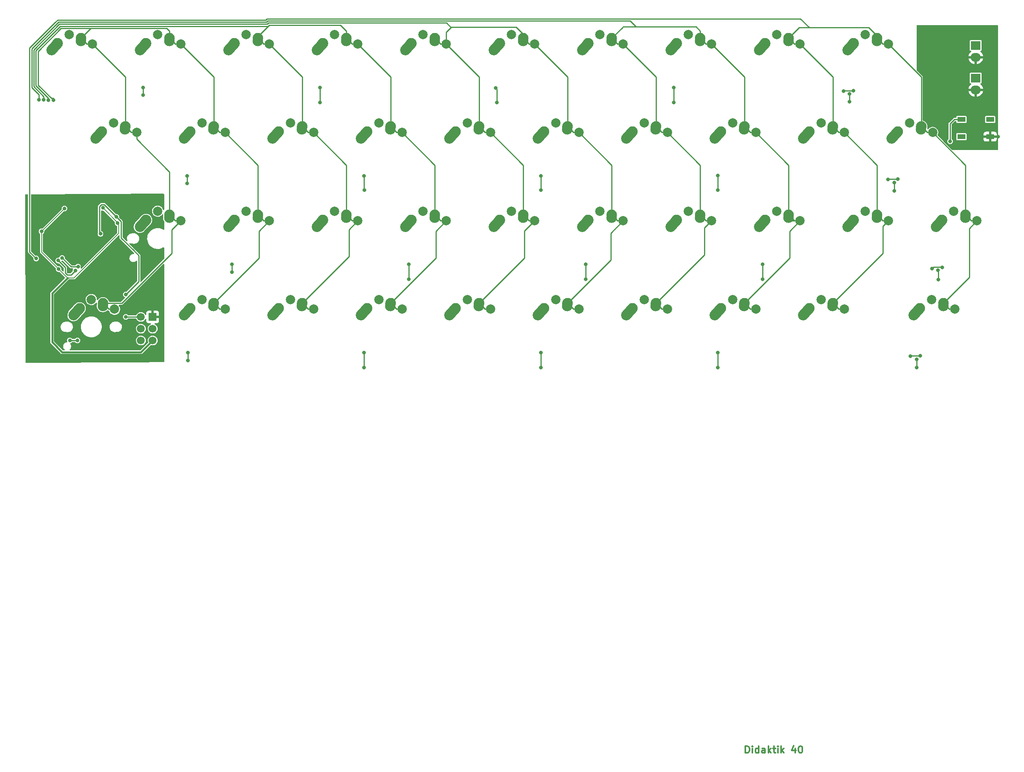
<source format=gbr>
%TF.GenerationSoftware,KiCad,Pcbnew,(6.0.7)*%
%TF.CreationDate,2022-10-29T13:55:09+02:00*%
%TF.ProjectId,Didaktik,44696461-6b74-4696-9b2e-6b696361645f,rev?*%
%TF.SameCoordinates,Original*%
%TF.FileFunction,Copper,L1,Top*%
%TF.FilePolarity,Positive*%
%FSLAX46Y46*%
G04 Gerber Fmt 4.6, Leading zero omitted, Abs format (unit mm)*
G04 Created by KiCad (PCBNEW (6.0.7)) date 2022-10-29 13:55:09*
%MOMM*%
%LPD*%
G01*
G04 APERTURE LIST*
G04 Aperture macros list*
%AMHorizOval*
0 Thick line with rounded ends*
0 $1 width*
0 $2 $3 position (X,Y) of the first rounded end (center of the circle)*
0 $4 $5 position (X,Y) of the second rounded end (center of the circle)*
0 Add line between two ends*
20,1,$1,$2,$3,$4,$5,0*
0 Add two circle primitives to create the rounded ends*
1,1,$1,$2,$3*
1,1,$1,$4,$5*%
G04 Aperture macros list end*
%ADD10C,0.300000*%
%TA.AperFunction,NonConductor*%
%ADD11C,0.300000*%
%TD*%
%TA.AperFunction,ComponentPad*%
%ADD12C,2.000000*%
%TD*%
%TA.AperFunction,ComponentPad*%
%ADD13C,2.250000*%
%TD*%
%TA.AperFunction,ComponentPad*%
%ADD14HorizOval,2.250000X0.019771X0.290016X-0.019771X-0.290016X0*%
%TD*%
%TA.AperFunction,ComponentPad*%
%ADD15HorizOval,2.250000X0.654995X0.730004X-0.654995X-0.730004X0*%
%TD*%
%TA.AperFunction,ComponentPad*%
%ADD16O,2.159000X1.905000*%
%TD*%
%TA.AperFunction,ComponentPad*%
%ADD17R,2.159000X1.905000*%
%TD*%
%TA.AperFunction,SMDPad,CuDef*%
%ADD18R,1.800000X1.100000*%
%TD*%
%TA.AperFunction,ComponentPad*%
%ADD19C,1.700000*%
%TD*%
%TA.AperFunction,ComponentPad*%
%ADD20R,1.700000X1.700000*%
%TD*%
%TA.AperFunction,ViaPad*%
%ADD21C,0.800000*%
%TD*%
%TA.AperFunction,Conductor*%
%ADD22C,0.200000*%
%TD*%
%TA.AperFunction,Conductor*%
%ADD23C,0.381000*%
%TD*%
%TA.AperFunction,Conductor*%
%ADD24C,0.250000*%
%TD*%
G04 APERTURE END LIST*
D10*
D11*
X186932857Y-190289571D02*
X186932857Y-188789571D01*
X187290000Y-188789571D01*
X187504285Y-188861000D01*
X187647142Y-189003857D01*
X187718571Y-189146714D01*
X187790000Y-189432428D01*
X187790000Y-189646714D01*
X187718571Y-189932428D01*
X187647142Y-190075285D01*
X187504285Y-190218142D01*
X187290000Y-190289571D01*
X186932857Y-190289571D01*
X188432857Y-190289571D02*
X188432857Y-189289571D01*
X188432857Y-188789571D02*
X188361428Y-188861000D01*
X188432857Y-188932428D01*
X188504285Y-188861000D01*
X188432857Y-188789571D01*
X188432857Y-188932428D01*
X189790000Y-190289571D02*
X189790000Y-188789571D01*
X189790000Y-190218142D02*
X189647142Y-190289571D01*
X189361428Y-190289571D01*
X189218571Y-190218142D01*
X189147142Y-190146714D01*
X189075714Y-190003857D01*
X189075714Y-189575285D01*
X189147142Y-189432428D01*
X189218571Y-189361000D01*
X189361428Y-189289571D01*
X189647142Y-189289571D01*
X189790000Y-189361000D01*
X191147142Y-190289571D02*
X191147142Y-189503857D01*
X191075714Y-189361000D01*
X190932857Y-189289571D01*
X190647142Y-189289571D01*
X190504285Y-189361000D01*
X191147142Y-190218142D02*
X191004285Y-190289571D01*
X190647142Y-190289571D01*
X190504285Y-190218142D01*
X190432857Y-190075285D01*
X190432857Y-189932428D01*
X190504285Y-189789571D01*
X190647142Y-189718142D01*
X191004285Y-189718142D01*
X191147142Y-189646714D01*
X191861428Y-190289571D02*
X191861428Y-188789571D01*
X192004285Y-189718142D02*
X192432857Y-190289571D01*
X192432857Y-189289571D02*
X191861428Y-189861000D01*
X192861428Y-189289571D02*
X193432857Y-189289571D01*
X193075714Y-188789571D02*
X193075714Y-190075285D01*
X193147142Y-190218142D01*
X193290000Y-190289571D01*
X193432857Y-190289571D01*
X193932857Y-190289571D02*
X193932857Y-189289571D01*
X193932857Y-188789571D02*
X193861428Y-188861000D01*
X193932857Y-188932428D01*
X194004285Y-188861000D01*
X193932857Y-188789571D01*
X193932857Y-188932428D01*
X194647142Y-190289571D02*
X194647142Y-188789571D01*
X194790000Y-189718142D02*
X195218571Y-190289571D01*
X195218571Y-189289571D02*
X194647142Y-189861000D01*
X197647142Y-189289571D02*
X197647142Y-190289571D01*
X197290000Y-188718142D02*
X196932857Y-189789571D01*
X197861428Y-189789571D01*
X198718571Y-188789571D02*
X198861428Y-188789571D01*
X199004285Y-188861000D01*
X199075714Y-188932428D01*
X199147142Y-189075285D01*
X199218571Y-189361000D01*
X199218571Y-189718142D01*
X199147142Y-190003857D01*
X199075714Y-190146714D01*
X199004285Y-190218142D01*
X198861428Y-190289571D01*
X198718571Y-190289571D01*
X198575714Y-190218142D01*
X198504285Y-190146714D01*
X198432857Y-190003857D01*
X198361428Y-189718142D01*
X198361428Y-189361000D01*
X198432857Y-189075285D01*
X198504285Y-188932428D01*
X198575714Y-188861000D01*
X198718571Y-188789571D01*
D12*
%TO.P,SW3,1,1*%
%TO.N,COL0*%
X55800000Y-56525000D03*
D13*
X53340000Y-55245000D03*
D14*
X53319771Y-55534984D03*
D15*
%TO.P,SW3,2,2*%
%TO.N,Net-(D2-Pad2)*%
X47644995Y-57054996D03*
D13*
X48300000Y-56325000D03*
D12*
X50800000Y-54425000D03*
%TD*%
D14*
%TO.P,SW20,1,1*%
%TO.N,COL2*%
X139044771Y-74584984D03*
D13*
X139065000Y-74295000D03*
D12*
X141525000Y-75575000D03*
%TO.P,SW20,2,2*%
%TO.N,Net-(D19-Pad2)*%
X136525000Y-73475000D03*
D13*
X134025000Y-75375000D03*
D15*
X133369995Y-76104996D03*
%TD*%
D14*
%TO.P,SW10,1,1*%
%TO.N,COL1*%
X81894771Y-36484984D03*
D13*
X81915000Y-36195000D03*
D12*
X84375000Y-37475000D03*
%TO.P,SW10,2,2*%
%TO.N,Net-(D9-Pad2)*%
X79375000Y-35375000D03*
D15*
X76219995Y-38004996D03*
D13*
X76875000Y-37275000D03*
%TD*%
D12*
%TO.P,SW9,1,1*%
%TO.N,COL0*%
X74850000Y-94625000D03*
D14*
X72369771Y-93634984D03*
D13*
X72390000Y-93345000D03*
D15*
%TO.P,SW9,2,2*%
%TO.N,Net-(D8-Pad2)*%
X66694995Y-95154996D03*
D13*
X67350000Y-94425000D03*
D12*
X69850000Y-92525000D03*
%TD*%
%TO.P,SW12,1,1*%
%TO.N,COL1*%
X103425000Y-75575000D03*
D13*
X100965000Y-74295000D03*
D14*
X100944771Y-74584984D03*
D13*
%TO.P,SW12,2,2*%
%TO.N,Net-(D11-Pad2)*%
X95925000Y-75375000D03*
D15*
X95269995Y-76104996D03*
D12*
X98425000Y-73475000D03*
%TD*%
D14*
%TO.P,SW31,1,1*%
%TO.N,COL3*%
X186669771Y-55534984D03*
D12*
X189150000Y-56525000D03*
D13*
X186690000Y-55245000D03*
D15*
%TO.P,SW31,2,2*%
%TO.N,Net-(D31-Pad2)*%
X180994995Y-57054996D03*
D12*
X184150000Y-54425000D03*
D13*
X181650000Y-56325000D03*
%TD*%
D14*
%TO.P,SW23,1,1*%
%TO.N,COL2*%
X148569771Y-55534984D03*
D13*
X148590000Y-55245000D03*
D12*
X151050000Y-56525000D03*
D13*
%TO.P,SW23,2,2*%
%TO.N,Net-(D22-Pad2)*%
X143550000Y-56325000D03*
D12*
X146050000Y-54425000D03*
D15*
X142894995Y-57054996D03*
%TD*%
D14*
%TO.P,SW5,1,1*%
%TO.N,COL0*%
X48557271Y-93634984D03*
D12*
X51037500Y-94625000D03*
D13*
X48577500Y-93345000D03*
D15*
%TO.P,SW5,2,2*%
%TO.N,Net-(D4-Pad2)*%
X42882495Y-95154996D03*
D12*
X46037500Y-92525000D03*
D13*
X43537500Y-94425000D03*
%TD*%
D12*
%TO.P,SW40,1,1*%
%TO.N,COL4*%
X236775000Y-75575000D03*
D13*
X234315000Y-74295000D03*
D14*
X234294771Y-74584984D03*
D12*
%TO.P,SW40,2,2*%
%TO.N,Net-(D40-Pad2)*%
X231775000Y-73475000D03*
D13*
X229275000Y-75375000D03*
D15*
X228619995Y-76104996D03*
%TD*%
D14*
%TO.P,SW34,1,1*%
%TO.N,COL4*%
X196194771Y-36484984D03*
D13*
X196215000Y-36195000D03*
D12*
X198675000Y-37475000D03*
D13*
%TO.P,SW34,2,2*%
%TO.N,Net-(D34-Pad2)*%
X191175000Y-37275000D03*
D15*
X190519995Y-38004996D03*
D12*
X193675000Y-35375000D03*
%TD*%
D16*
%TO.P,D42,1,K*%
%TO.N,GND*%
X236537500Y-47307500D03*
D17*
%TO.P,D42,2,A*%
%TO.N,Net-(D42-Pad2)*%
X236537500Y-44767500D03*
%TD*%
D12*
%TO.P,SW19,1,1*%
%TO.N,COL2*%
X132000000Y-56525000D03*
D14*
X129519771Y-55534984D03*
D13*
X129540000Y-55245000D03*
D12*
%TO.P,SW19,2,2*%
%TO.N,Net-(D18-Pad2)*%
X127000000Y-54425000D03*
D13*
X124500000Y-56325000D03*
D15*
X123844995Y-57054996D03*
%TD*%
D14*
%TO.P,SW27,1,1*%
%TO.N,COL3*%
X167619771Y-55534984D03*
D13*
X167640000Y-55245000D03*
D12*
X170100000Y-56525000D03*
D15*
%TO.P,SW27,2,2*%
%TO.N,Net-(D27-Pad2)*%
X161944995Y-57054996D03*
D12*
X165100000Y-54425000D03*
D13*
X162600000Y-56325000D03*
%TD*%
D12*
%TO.P,SW38,1,1*%
%TO.N,COL4*%
X217725000Y-37475000D03*
D14*
X215244771Y-36484984D03*
D13*
X215265000Y-36195000D03*
D12*
%TO.P,SW38,2,2*%
%TO.N,Net-(D38-Pad2)*%
X212725000Y-35375000D03*
D15*
X209569995Y-38004996D03*
D13*
X210225000Y-37275000D03*
%TD*%
D12*
%TO.P,SW15,1,1*%
%TO.N,COL1*%
X112950000Y-56525000D03*
D13*
X110490000Y-55245000D03*
D14*
X110469771Y-55534984D03*
D12*
%TO.P,SW15,2,2*%
%TO.N,Net-(D14-Pad2)*%
X107950000Y-54425000D03*
D15*
X104794995Y-57054996D03*
D13*
X105450000Y-56325000D03*
%TD*%
D14*
%TO.P,SW32,1,1*%
%TO.N,COL3*%
X196194771Y-74584984D03*
D13*
X196215000Y-74295000D03*
D12*
X198675000Y-75575000D03*
%TO.P,SW32,2,2*%
%TO.N,Net-(D32-Pad2)*%
X193675000Y-73475000D03*
D15*
X190519995Y-76104996D03*
D13*
X191175000Y-75375000D03*
%TD*%
%TO.P,SW21,1,1*%
%TO.N,COL2*%
X129540000Y-93345000D03*
D12*
X132000000Y-94625000D03*
D14*
X129519771Y-93634984D03*
D12*
%TO.P,SW21,2,2*%
%TO.N,Net-(D20-Pad2)*%
X127000000Y-92525000D03*
D15*
X123844995Y-95154996D03*
D13*
X124500000Y-94425000D03*
%TD*%
%TO.P,SW7,1,1*%
%TO.N,COL0*%
X72390000Y-55245000D03*
D14*
X72369771Y-55534984D03*
D12*
X74850000Y-56525000D03*
D13*
%TO.P,SW7,2,2*%
%TO.N,Net-(D6-Pad2)*%
X67350000Y-56325000D03*
D12*
X69850000Y-54425000D03*
D15*
X66694995Y-57054996D03*
%TD*%
D14*
%TO.P,SW11,1,1*%
%TO.N,COL1*%
X91419771Y-55534984D03*
D12*
X93900000Y-56525000D03*
D13*
X91440000Y-55245000D03*
D15*
%TO.P,SW11,2,2*%
%TO.N,Net-(D10-Pad2)*%
X85744995Y-57054996D03*
D12*
X88900000Y-54425000D03*
D13*
X86400000Y-56325000D03*
%TD*%
D14*
%TO.P,SW14,1,1*%
%TO.N,COL1*%
X100944771Y-36484984D03*
D12*
X103425000Y-37475000D03*
D13*
X100965000Y-36195000D03*
D15*
%TO.P,SW14,2,2*%
%TO.N,Net-(D13-Pad2)*%
X95269995Y-38004996D03*
D12*
X98425000Y-35375000D03*
D13*
X95925000Y-37275000D03*
%TD*%
%TO.P,SW41,1,1*%
%TO.N,COL4*%
X229552500Y-93345000D03*
D14*
X229532271Y-93634984D03*
D12*
X232012500Y-94625000D03*
D15*
%TO.P,SW41,2,2*%
%TO.N,Net-(D41-Pad2)*%
X223857495Y-95154996D03*
D13*
X224512500Y-94425000D03*
D12*
X227012500Y-92525000D03*
%TD*%
%TO.P,SW30,1,1*%
%TO.N,COL3*%
X179625000Y-37475000D03*
D13*
X177165000Y-36195000D03*
D14*
X177144771Y-36484984D03*
D12*
%TO.P,SW30,2,2*%
%TO.N,Net-(D30-Pad2)*%
X174625000Y-35375000D03*
D15*
X171469995Y-38004996D03*
D13*
X172125000Y-37275000D03*
%TD*%
%TO.P,SW8,1,1*%
%TO.N,COL0*%
X81915000Y-74295000D03*
D14*
X81894771Y-74584984D03*
D12*
X84375000Y-75575000D03*
%TO.P,SW8,2,2*%
%TO.N,Net-(D7-Pad2)*%
X79375000Y-73475000D03*
D13*
X76875000Y-75375000D03*
D15*
X76219995Y-76104996D03*
%TD*%
D12*
%TO.P,SW18,1,1*%
%TO.N,COL2*%
X122475000Y-37475000D03*
D13*
X120015000Y-36195000D03*
D14*
X119994771Y-36484984D03*
D13*
%TO.P,SW18,2,2*%
%TO.N,Net-(D17-Pad2)*%
X114975000Y-37275000D03*
D12*
X117475000Y-35375000D03*
D15*
X114319995Y-38004996D03*
%TD*%
D14*
%TO.P,SW24,1,1*%
%TO.N,COL2*%
X158094771Y-74584984D03*
D13*
X158115000Y-74295000D03*
D12*
X160575000Y-75575000D03*
%TO.P,SW24,2,2*%
%TO.N,Net-(D23-Pad2)*%
X155575000Y-73475000D03*
D13*
X153075000Y-75375000D03*
D15*
X152419995Y-76104996D03*
%TD*%
D14*
%TO.P,SW2,1,1*%
%TO.N,COL0*%
X43794771Y-36484984D03*
D12*
X46275000Y-37475000D03*
D13*
X43815000Y-36195000D03*
D15*
%TO.P,SW2,2,2*%
%TO.N,Net-(D1-Pad2)*%
X38119995Y-38004996D03*
D12*
X41275000Y-35375000D03*
D13*
X38775000Y-37275000D03*
%TD*%
D16*
%TO.P,D43,1,K*%
%TO.N,GND*%
X236537500Y-40280000D03*
D17*
%TO.P,D43,2,A*%
%TO.N,Net-(D43-Pad2)*%
X236537500Y-37740000D03*
%TD*%
D13*
%TO.P,SW28,1,1*%
%TO.N,COL3*%
X177165000Y-74295000D03*
D14*
X177144771Y-74584984D03*
D12*
X179625000Y-75575000D03*
D15*
%TO.P,SW28,2,2*%
%TO.N,Net-(D28-Pad2)*%
X171469995Y-76104996D03*
D13*
X172125000Y-75375000D03*
D12*
X174625000Y-73475000D03*
%TD*%
D14*
%TO.P,SW13,1,1*%
%TO.N,COL1*%
X91419771Y-93634984D03*
D12*
X93900000Y-94625000D03*
D13*
X91440000Y-93345000D03*
%TO.P,SW13,2,2*%
%TO.N,Net-(D12-Pad2)*%
X86400000Y-94425000D03*
D12*
X88900000Y-92525000D03*
D15*
X85744995Y-95154996D03*
%TD*%
D14*
%TO.P,SW36,1,1*%
%TO.N,COL4*%
X215244771Y-74584984D03*
D12*
X217725000Y-75575000D03*
D13*
X215265000Y-74295000D03*
D12*
%TO.P,SW36,2,2*%
%TO.N,Net-(D36-Pad2)*%
X212725000Y-73475000D03*
D13*
X210225000Y-75375000D03*
D15*
X209569995Y-76104996D03*
%TD*%
D13*
%TO.P,SW6,1,1*%
%TO.N,COL0*%
X62865000Y-36195000D03*
D14*
X62844771Y-36484984D03*
D12*
X65325000Y-37475000D03*
D13*
%TO.P,SW6,2,2*%
%TO.N,Net-(D5-Pad2)*%
X57825000Y-37275000D03*
D15*
X57169995Y-38004996D03*
D12*
X60325000Y-35375000D03*
%TD*%
%TO.P,SW25,1,1*%
%TO.N,COL2*%
X151050000Y-94625000D03*
D13*
X148590000Y-93345000D03*
D14*
X148569771Y-93634984D03*
D15*
%TO.P,SW25,2,2*%
%TO.N,Net-(D24-Pad2)*%
X142894995Y-95154996D03*
D12*
X146050000Y-92525000D03*
D13*
X143550000Y-94425000D03*
%TD*%
D14*
%TO.P,SW26,1,1*%
%TO.N,COL3*%
X158094771Y-36484984D03*
D13*
X158115000Y-36195000D03*
D12*
X160575000Y-37475000D03*
%TO.P,SW26,2,2*%
%TO.N,Net-(D26-Pad2)*%
X155575000Y-35375000D03*
D13*
X153075000Y-37275000D03*
D15*
X152419995Y-38004996D03*
%TD*%
D13*
%TO.P,SW35,1,1*%
%TO.N,COL4*%
X205740000Y-55245000D03*
D12*
X208200000Y-56525000D03*
D14*
X205719771Y-55534984D03*
D12*
%TO.P,SW35,2,2*%
%TO.N,Net-(D35-Pad2)*%
X203200000Y-54425000D03*
D15*
X200044995Y-57054996D03*
D13*
X200700000Y-56325000D03*
%TD*%
%TO.P,SW4,1,1*%
%TO.N,COL0*%
X62865000Y-74295000D03*
D14*
X62844771Y-74584984D03*
D12*
X65325000Y-75575000D03*
D15*
%TO.P,SW4,2,2*%
%TO.N,Net-(D3-Pad2)*%
X57169995Y-76104996D03*
D12*
X60325000Y-73475000D03*
D13*
X57825000Y-75375000D03*
%TD*%
D14*
%TO.P,SW37,1,1*%
%TO.N,COL4*%
X205719771Y-93634984D03*
D13*
X205740000Y-93345000D03*
D12*
X208200000Y-94625000D03*
D15*
%TO.P,SW37,2,2*%
%TO.N,Net-(D37-Pad2)*%
X200044995Y-95154996D03*
D12*
X203200000Y-92525000D03*
D13*
X200700000Y-94425000D03*
%TD*%
D12*
%TO.P,SW39,1,1*%
%TO.N,COL4*%
X227250000Y-56525000D03*
D14*
X224769771Y-55534984D03*
D13*
X224790000Y-55245000D03*
%TO.P,SW39,2,2*%
%TO.N,Net-(D39-Pad2)*%
X219750000Y-56325000D03*
D15*
X219094995Y-57054996D03*
D12*
X222250000Y-54425000D03*
%TD*%
D18*
%TO.P,SW1,1,1*%
%TO.N,GND*%
X239637500Y-57412500D03*
%TO.P,SW1,2,2*%
%TO.N,RESET*%
X233437500Y-53712500D03*
%TO.P,SW1,3*%
%TO.N,N/C*%
X239637500Y-53712500D03*
%TO.P,SW1,4*%
X233437500Y-57412500D03*
%TD*%
D14*
%TO.P,SW22,1,1*%
%TO.N,COL2*%
X139044771Y-36484984D03*
D13*
X139065000Y-36195000D03*
D12*
X141525000Y-37475000D03*
D15*
%TO.P,SW22,2,2*%
%TO.N,Net-(D21-Pad2)*%
X133369995Y-38004996D03*
D12*
X136525000Y-35375000D03*
D13*
X134025000Y-37275000D03*
%TD*%
D12*
%TO.P,SW16,1,1*%
%TO.N,COL1*%
X122475000Y-75575000D03*
D14*
X119994771Y-74584984D03*
D13*
X120015000Y-74295000D03*
%TO.P,SW16,2,2*%
%TO.N,Net-(D15-Pad2)*%
X114975000Y-75375000D03*
D15*
X114319995Y-76104996D03*
D12*
X117475000Y-73475000D03*
%TD*%
%TO.P,SW33,1,1*%
%TO.N,COL3*%
X189150000Y-94625000D03*
D13*
X186690000Y-93345000D03*
D14*
X186669771Y-93634984D03*
D15*
%TO.P,SW33,2,2*%
%TO.N,Net-(D33-Pad2)*%
X180994995Y-95154996D03*
D12*
X184150000Y-92525000D03*
D13*
X181650000Y-94425000D03*
%TD*%
D14*
%TO.P,SW29,1,1*%
%TO.N,COL3*%
X167619771Y-93634984D03*
D13*
X167640000Y-93345000D03*
D12*
X170100000Y-94625000D03*
D15*
%TO.P,SW29,2,2*%
%TO.N,Net-(D29-Pad2)*%
X161944995Y-95154996D03*
D13*
X162600000Y-94425000D03*
D12*
X165100000Y-92525000D03*
%TD*%
%TO.P,SW17,1,1*%
%TO.N,COL1*%
X112950000Y-94625000D03*
D13*
X110490000Y-93345000D03*
D14*
X110469771Y-93634984D03*
D15*
%TO.P,SW17,2,2*%
%TO.N,Net-(D16-Pad2)*%
X104794995Y-95154996D03*
D13*
X105450000Y-94425000D03*
D12*
X107950000Y-92525000D03*
%TD*%
D19*
%TO.P,J2,1,MISO*%
%TO.N,MISO*%
X56713935Y-101357192D03*
%TO.P,J2,2,VCC*%
%TO.N,+5V*%
X59253935Y-101357192D03*
%TO.P,J2,3,SCK*%
%TO.N,SCK*%
X56713935Y-98817192D03*
%TO.P,J2,4,MOSI*%
%TO.N,MOSI*%
X59253935Y-98817192D03*
%TO.P,J2,5,~{RST}*%
%TO.N,RESET*%
X56713935Y-96277192D03*
D20*
%TO.P,J2,6,GND*%
%TO.N,GND*%
X59253935Y-96277192D03*
%TD*%
D21*
%TO.N,+5V*%
X48514000Y-72771000D03*
X40259000Y-72898000D03*
X38989000Y-85979000D03*
X51689000Y-76073000D03*
X35306000Y-77851000D03*
%TO.N,GND*%
X35052000Y-76073000D03*
X50419000Y-76073000D03*
X48895000Y-86741000D03*
X241300000Y-57404000D03*
X225552000Y-44847000D03*
X41148000Y-86487000D03*
X33528000Y-80264000D03*
X225552000Y-49657000D03*
X236474000Y-42164000D03*
X53175500Y-77780494D03*
X46482000Y-74041000D03*
X41656000Y-70993000D03*
X236474000Y-49149000D03*
X47371000Y-70993000D03*
X59261470Y-94483118D03*
X228981000Y-44847000D03*
X52578000Y-87122000D03*
%TO.N,ROW0*%
X210185000Y-47498000D03*
X208026000Y-47625000D03*
%TO.N,ROW2*%
X217614500Y-66675000D03*
X219773500Y-66548000D03*
%TO.N,ROW4*%
X227139500Y-85852000D03*
X229298500Y-85598000D03*
%TO.N,ROW6*%
X222440500Y-104775000D03*
X224599500Y-104648000D03*
%TO.N,Net-(D5-Pad2)*%
X57150000Y-48418750D03*
X57150000Y-46831250D03*
%TO.N,Net-(D6-Pad2)*%
X66675000Y-67468750D03*
X66675000Y-65881250D03*
%TO.N,Net-(D7-Pad2)*%
X76327000Y-86614000D03*
X76327000Y-84963000D03*
%TO.N,Net-(D8-Pad2)*%
X66802000Y-104013000D03*
X66802000Y-105664000D03*
%TO.N,Net-(D13-Pad2)*%
X95250000Y-46831250D03*
X95250000Y-50006250D03*
%TO.N,Net-(D14-Pad2)*%
X104775000Y-65913000D03*
X104865408Y-68936636D03*
%TO.N,Net-(D15-Pad2)*%
X114427000Y-84963000D03*
X114427000Y-88138000D03*
%TO.N,Net-(D16-Pad2)*%
X104775000Y-104013000D03*
X104775000Y-107188000D03*
%TO.N,Net-(D21-Pad2)*%
X133169350Y-46900500D03*
X133350000Y-50006250D03*
%TO.N,Net-(D22-Pad2)*%
X142875000Y-68961000D03*
X142875000Y-65913000D03*
%TO.N,Net-(D23-Pad2)*%
X152527000Y-84963000D03*
X152527000Y-88138000D03*
%TO.N,Net-(D24-Pad2)*%
X142875000Y-107188000D03*
X142875000Y-104013000D03*
%TO.N,Net-(D30-Pad2)*%
X171450000Y-50006250D03*
X171450000Y-46831250D03*
%TO.N,Net-(D31-Pad2)*%
X180975000Y-68961000D03*
X180975000Y-65786000D03*
%TO.N,Net-(D32-Pad2)*%
X190627000Y-84963000D03*
X190627000Y-88138000D03*
%TO.N,Net-(D33-Pad2)*%
X180975000Y-107188000D03*
X180975000Y-104013000D03*
%TO.N,Net-(D38-Pad2)*%
X209347075Y-48215825D03*
X209296000Y-49911000D03*
%TO.N,Net-(D39-Pad2)*%
X218948000Y-69088000D03*
X218948000Y-67310000D03*
%TO.N,Net-(D40-Pad2)*%
X228473000Y-88265000D03*
X228346000Y-86233000D03*
%TO.N,Net-(D41-Pad2)*%
X223774000Y-107188000D03*
X223774000Y-105410000D03*
%TO.N,MISO*%
X43053000Y-101346000D03*
X41402000Y-101346000D03*
%TO.N,COL0*%
X37846000Y-49498804D03*
%TO.N,COL1*%
X36781479Y-49511061D03*
%TO.N,COL2*%
X35782830Y-49469757D03*
%TO.N,COL3*%
X34784178Y-49428536D03*
%TO.N,COL4*%
X34163000Y-83693000D03*
%TO.N,SCK*%
X42606179Y-86289373D03*
X38919364Y-84120424D03*
%TO.N,MOSI*%
X39751000Y-83566000D03*
X43180000Y-85471000D03*
%TO.N,RESET*%
X53467000Y-96266000D03*
X48006000Y-78359000D03*
X53467000Y-91440000D03*
X231027431Y-58415564D03*
X51415688Y-74683444D03*
%TD*%
D22*
%TO.N,+5V*%
X51943000Y-78232000D02*
X42291000Y-87884000D01*
X51943000Y-76200000D02*
X51943000Y-78232000D01*
X48514000Y-72771000D02*
X51943000Y-76200000D01*
D23*
X59253935Y-101357192D02*
X56725127Y-103886000D01*
X56725127Y-103886000D02*
X39751000Y-103886000D01*
D22*
X35306000Y-77851000D02*
X40259000Y-72898000D01*
D23*
X37592000Y-101727000D02*
X37592000Y-91186000D01*
X39751000Y-103886000D02*
X37592000Y-101727000D01*
X37592000Y-91186000D02*
X40894000Y-87884000D01*
D22*
X35306000Y-82296000D02*
X35306000Y-77851000D01*
X40894000Y-87884000D02*
X35306000Y-82296000D01*
X42291000Y-87884000D02*
X40894000Y-87884000D01*
D23*
%TO.N,GND*%
X241291500Y-57412500D02*
X241300000Y-57404000D01*
X225552000Y-44847000D02*
X228981000Y-44847000D01*
X239637500Y-57412500D02*
X241291500Y-57412500D01*
D24*
%TO.N,ROW0*%
X210177825Y-47490825D02*
X210185000Y-47498000D01*
X208026000Y-47625000D02*
X208160175Y-47490825D01*
X208160175Y-47490825D02*
X210177825Y-47490825D01*
%TO.N,ROW2*%
X217614500Y-66675000D02*
X217741500Y-66548000D01*
X217741500Y-66548000D02*
X219773500Y-66548000D01*
%TO.N,ROW4*%
X229208500Y-85508000D02*
X229298500Y-85598000D01*
X229208500Y-85635000D02*
X229298500Y-85725000D01*
X227483500Y-85508000D02*
X229208500Y-85508000D01*
X227139500Y-85852000D02*
X227483500Y-85508000D01*
%TO.N,ROW6*%
X222567500Y-104648000D02*
X224599500Y-104648000D01*
X222440500Y-104775000D02*
X222567500Y-104648000D01*
%TO.N,Net-(D5-Pad2)*%
X57150000Y-48418750D02*
X57150000Y-46831250D01*
%TO.N,Net-(D6-Pad2)*%
X66675000Y-65881250D02*
X66675000Y-67468750D01*
%TO.N,Net-(D7-Pad2)*%
X76327000Y-85058250D02*
X76327000Y-86645750D01*
%TO.N,Net-(D8-Pad2)*%
X66802000Y-104108250D02*
X66802000Y-105695750D01*
%TO.N,Net-(D13-Pad2)*%
X95250000Y-50006250D02*
X95250000Y-46831250D01*
%TO.N,Net-(D14-Pad2)*%
X104775000Y-65913000D02*
X104775000Y-68782299D01*
X104820204Y-68891432D02*
X104865408Y-68936636D01*
X104820211Y-68891425D02*
G75*
G02*
X104775000Y-68782299I109089J109125D01*
G01*
%TO.N,Net-(D15-Pad2)*%
X114427000Y-85020386D02*
X114427000Y-87953614D01*
%TO.N,Net-(D16-Pad2)*%
X104775000Y-104070386D02*
X104775000Y-107003614D01*
%TO.N,Net-(D21-Pad2)*%
X133350000Y-47208888D02*
X133350000Y-50006250D01*
X133169350Y-46900500D02*
X133259675Y-46990825D01*
X133350004Y-47208888D02*
G75*
G03*
X133259675Y-46990825I-308404J-12D01*
G01*
%TO.N,Net-(D22-Pad2)*%
X142875000Y-65970386D02*
X142875000Y-68903614D01*
%TO.N,Net-(D23-Pad2)*%
X152527000Y-85020386D02*
X152527000Y-87953614D01*
%TO.N,Net-(D24-Pad2)*%
X142875000Y-104070386D02*
X142875000Y-107003614D01*
%TO.N,Net-(D30-Pad2)*%
X171450000Y-50006250D02*
X171450000Y-46831250D01*
%TO.N,Net-(D31-Pad2)*%
X180975000Y-65843386D02*
X180975000Y-68776614D01*
%TO.N,Net-(D32-Pad2)*%
X190627000Y-85020386D02*
X190627000Y-87953614D01*
%TO.N,Net-(D33-Pad2)*%
X180975000Y-104070386D02*
X180975000Y-107003614D01*
%TO.N,Net-(D38-Pad2)*%
X209347075Y-48215825D02*
X209347075Y-49803325D01*
%TO.N,Net-(D39-Pad2)*%
X218948000Y-67373500D02*
X218948000Y-69088000D01*
%TO.N,Net-(D40-Pad2)*%
X228473000Y-86360000D02*
X228473000Y-88265000D01*
X228473000Y-86360000D02*
G75*
G03*
X228346000Y-86233000I-127000J0D01*
G01*
%TO.N,Net-(D41-Pad2)*%
X223774000Y-105410000D02*
X223774000Y-107188000D01*
%TO.N,MISO*%
X43053000Y-101346000D02*
X41402000Y-101346000D01*
%TO.N,COL0*%
X73670000Y-56525000D02*
X74850000Y-56525000D01*
X74850000Y-56525000D02*
X81915000Y-63590000D01*
X72390000Y-44540000D02*
X72390000Y-55245000D01*
X34549999Y-41650001D02*
X34549999Y-41788999D01*
X81915000Y-63590000D02*
X81915000Y-74295000D01*
X81915000Y-74295000D02*
X83195000Y-75575000D01*
X37780156Y-49464156D02*
X37780156Y-49470464D01*
X48577500Y-93345000D02*
X49857500Y-94625000D01*
X83195000Y-75575000D02*
X84375000Y-75575000D01*
X62865000Y-65004213D02*
X62865000Y-74295000D01*
X37846000Y-49498804D02*
X37814804Y-49498804D01*
X34549999Y-39035176D02*
X34549999Y-41650001D01*
X72390000Y-55245000D02*
X73670000Y-56525000D01*
X82169465Y-77780535D02*
X82169465Y-83565535D01*
X47357000Y-34050000D02*
X39535175Y-34050000D01*
X45971680Y-34050000D02*
X47357000Y-34050000D01*
X54620000Y-56525000D02*
X55800000Y-56525000D01*
X73670000Y-94625000D02*
X74850000Y-94625000D01*
X64145000Y-37475000D02*
X65325000Y-37475000D01*
X72390000Y-93345000D02*
X73670000Y-94625000D01*
X34607500Y-46233999D02*
X34607500Y-46291500D01*
X43826680Y-36195000D02*
X45106680Y-37475000D01*
X43826680Y-36195000D02*
X45971680Y-34050000D01*
X62865000Y-34604010D02*
X62310990Y-34050000D01*
X53340000Y-55245000D02*
X54620000Y-56525000D01*
X62865000Y-36195000D02*
X64145000Y-37475000D01*
X34549999Y-41650001D02*
X34549999Y-46233999D01*
X64145000Y-75575000D02*
X65325000Y-75575000D01*
X65325000Y-37475000D02*
X72390000Y-44540000D01*
X65325000Y-75575000D02*
X63383232Y-77516768D01*
X55800000Y-57939213D02*
X62865000Y-65004213D01*
X53340000Y-44540000D02*
X53340000Y-55245000D01*
X46275000Y-37475000D02*
X53340000Y-44540000D01*
X37846000Y-49149000D02*
X37465000Y-49149000D01*
X45106680Y-37475000D02*
X46286680Y-37475000D01*
X62865000Y-36195000D02*
X62865000Y-34604010D01*
X37846000Y-49498804D02*
X37846000Y-49149000D01*
X37465000Y-49149000D02*
X34607500Y-46291500D01*
X59494149Y-34050000D02*
X47476744Y-34050000D01*
X34549999Y-46233999D02*
X34607500Y-46233999D01*
X82169465Y-83565535D02*
X72390000Y-93345000D01*
X63383232Y-77516768D02*
X63383232Y-82549073D01*
X39535175Y-34050000D02*
X34549999Y-39035176D01*
X49857500Y-94625000D02*
X51037500Y-94625000D01*
X62310990Y-34050000D02*
X59168000Y-34050000D01*
X84375000Y-75575000D02*
X82169465Y-77780535D01*
X47397932Y-34050000D02*
X47357000Y-34050000D01*
X52587305Y-93345000D02*
X48577500Y-93345000D01*
X62865000Y-74295000D02*
X64145000Y-75575000D01*
X63383232Y-82549073D02*
X52587305Y-93345000D01*
X55800000Y-56525000D02*
X55800000Y-57939213D01*
%TO.N,COL1*%
X101546732Y-77453268D02*
X101546732Y-83238268D01*
X38887389Y-34061390D02*
X34315389Y-38633390D01*
X112950000Y-56525000D02*
X120015000Y-63590000D01*
X122475000Y-75575000D02*
X120269465Y-77780535D01*
X81915000Y-36195000D02*
X83195000Y-37475000D01*
X40712000Y-33600000D02*
X39348779Y-33600000D01*
X110490000Y-93345000D02*
X111770000Y-94625000D01*
X84330198Y-33403198D02*
X84330198Y-33401000D01*
X34315389Y-38633390D02*
X34099999Y-38848780D01*
X102245000Y-37475000D02*
X103425000Y-37475000D01*
X100965000Y-36195000D02*
X100965000Y-34604010D01*
X111770000Y-94625000D02*
X112950000Y-94625000D01*
X92720000Y-94625000D02*
X93900000Y-94625000D01*
X120015000Y-63590000D02*
X120015000Y-74295000D01*
X120269465Y-83565535D02*
X110490000Y-93345000D01*
X110490000Y-55245000D02*
X111770000Y-56525000D01*
X39348779Y-33600000D02*
X38887389Y-34061390D01*
X102245000Y-75575000D02*
X103425000Y-75575000D01*
X120015000Y-74295000D02*
X121295000Y-75575000D01*
X84203198Y-33530198D02*
X84330198Y-33403198D01*
X84375000Y-37475000D02*
X91440000Y-44540000D01*
X81915000Y-36195000D02*
X81915000Y-35818396D01*
X34099999Y-40068001D02*
X34099999Y-46420395D01*
X34099999Y-40068001D02*
X34099999Y-40259000D01*
X93900000Y-56525000D02*
X100965000Y-63590000D01*
X83195000Y-37475000D02*
X84375000Y-37475000D01*
X40712000Y-33600000D02*
X40513000Y-33600000D01*
X84203198Y-33600000D02*
X40712000Y-33600000D01*
X91440000Y-44540000D02*
X91440000Y-55245000D01*
X101546732Y-83238268D02*
X91440000Y-93345000D01*
X92720000Y-56525000D02*
X93900000Y-56525000D01*
X100965000Y-74295000D02*
X102245000Y-75575000D01*
X103425000Y-37475000D02*
X110490000Y-44540000D01*
X103425000Y-75575000D02*
X101546732Y-77453268D01*
X99698490Y-33337500D02*
X84395896Y-33337500D01*
X111770000Y-56525000D02*
X112950000Y-56525000D01*
X110490000Y-44540000D02*
X110490000Y-55245000D01*
X34099999Y-38848780D02*
X34099999Y-40068001D01*
X100965000Y-63590000D02*
X100965000Y-74295000D01*
X91440000Y-93345000D02*
X92720000Y-94625000D01*
X34099999Y-46420395D02*
X36781479Y-49101875D01*
X91440000Y-55245000D02*
X92720000Y-56525000D01*
X121295000Y-75575000D02*
X122475000Y-75575000D01*
X81915000Y-35818396D02*
X84203198Y-33530198D01*
X100965000Y-36195000D02*
X102245000Y-37475000D01*
X100965000Y-34604010D02*
X99698490Y-33337500D01*
X36781479Y-49101875D02*
X36781479Y-49511061D01*
X84395896Y-33337500D02*
X84331297Y-33402099D01*
X120269465Y-77780535D02*
X120269465Y-83565535D01*
%TO.N,COL2*%
X158115000Y-74295000D02*
X159395000Y-75575000D01*
X160575000Y-75575000D02*
X157943901Y-78206099D01*
X149870000Y-94625000D02*
X151050000Y-94625000D01*
X148590000Y-55245000D02*
X149870000Y-56525000D01*
X148590000Y-44540000D02*
X148590000Y-55245000D01*
X157943901Y-83991099D02*
X148590000Y-93345000D01*
X129540000Y-93345000D02*
X130820000Y-94625000D01*
X39162383Y-33150000D02*
X33649999Y-38662384D01*
X122475000Y-34878000D02*
X123571000Y-33782000D01*
X158115000Y-63590000D02*
X158115000Y-74295000D01*
X157943901Y-78206099D02*
X157943901Y-83991099D01*
X93335332Y-32887500D02*
X84333500Y-32887500D01*
X122475000Y-37475000D02*
X129540000Y-44540000D01*
X148590000Y-93345000D02*
X149870000Y-94625000D01*
X151050000Y-56525000D02*
X158115000Y-63590000D01*
X141525000Y-75575000D02*
X139329232Y-77770768D01*
X33649999Y-38662384D02*
X33649999Y-46606791D01*
X84333500Y-32887500D02*
X84207896Y-32887500D01*
X140345000Y-37475000D02*
X141525000Y-37475000D01*
X139065000Y-74295000D02*
X140345000Y-75575000D01*
X159395000Y-75575000D02*
X160575000Y-75575000D01*
X33649999Y-46606791D02*
X35782830Y-48739622D01*
X149870000Y-56525000D02*
X151050000Y-56525000D01*
X84207896Y-32887500D02*
X83947000Y-33148396D01*
X132000000Y-56525000D02*
X139065000Y-63590000D01*
X122475000Y-37475000D02*
X122475000Y-34878000D01*
X121295000Y-37475000D02*
X122475000Y-37475000D01*
X141525000Y-37475000D02*
X148590000Y-44540000D01*
X139065000Y-36195000D02*
X140345000Y-37475000D01*
X123571000Y-33782000D02*
X123489872Y-33863128D01*
X139329232Y-77770768D02*
X139329232Y-83555768D01*
X35782830Y-48739622D02*
X35782830Y-49469757D01*
X129540000Y-55245000D02*
X130820000Y-56525000D01*
X129540000Y-44540000D02*
X129540000Y-55245000D01*
X130820000Y-94625000D02*
X132000000Y-94625000D01*
X123489872Y-33863128D02*
X122512160Y-32885416D01*
X93337416Y-32885416D02*
X93335332Y-32887500D01*
X83947000Y-33148396D02*
X83947000Y-33150000D01*
X139065000Y-35306000D02*
X137541000Y-33782000D01*
X139329232Y-83555768D02*
X129540000Y-93345000D01*
X122512160Y-32885416D02*
X93337416Y-32885416D01*
X130820000Y-56525000D02*
X132000000Y-56525000D01*
X120015000Y-36195000D02*
X121295000Y-37475000D01*
X83947000Y-33150000D02*
X39162383Y-33150000D01*
X137541000Y-33782000D02*
X123571000Y-33782000D01*
X139065000Y-36195000D02*
X139065000Y-35306000D01*
X139065000Y-63590000D02*
X139065000Y-74295000D01*
X140345000Y-75575000D02*
X141525000Y-75575000D01*
X84333500Y-32887500D02*
X84209500Y-32887500D01*
%TO.N,COL3*%
X162090973Y-32435416D02*
X163404062Y-33748505D01*
X196215000Y-74295000D02*
X197495000Y-75575000D01*
X196175000Y-74875000D02*
X196175000Y-75575000D01*
X34784178Y-48400822D02*
X34784178Y-49428536D01*
X84023584Y-32435416D02*
X162090973Y-32435416D01*
X196175000Y-75575000D02*
X198675000Y-75575000D01*
X177165000Y-36195000D02*
X178445000Y-37475000D01*
X33199999Y-38862000D02*
X33199999Y-39243000D01*
X177165000Y-36195000D02*
X177165000Y-34604010D01*
X33199999Y-39243000D02*
X33199999Y-46793187D01*
X158115000Y-36195000D02*
X160464500Y-33845500D01*
X189150000Y-56525000D02*
X196215000Y-63590000D01*
X178445000Y-75575000D02*
X179625000Y-75575000D01*
X163404062Y-33748505D02*
X163542505Y-33748505D01*
X170100000Y-56525000D02*
X177165000Y-63590000D01*
X178445000Y-37475000D02*
X179625000Y-37475000D01*
X34795906Y-48389094D02*
X34784178Y-48400822D01*
X179625000Y-37475000D02*
X186690000Y-44540000D01*
X167640000Y-44540000D02*
X167640000Y-55245000D01*
X197495000Y-75575000D02*
X198675000Y-75575000D01*
X33199999Y-46793187D02*
X34795906Y-48389094D01*
X186690000Y-44540000D02*
X186690000Y-55245000D01*
X177165000Y-34604010D02*
X176309495Y-33748505D01*
X83373000Y-32700000D02*
X79502000Y-32700000D01*
X83373000Y-32700000D02*
X83759000Y-32700000D01*
X163542505Y-33748505D02*
X176309495Y-33748505D01*
X187970000Y-56525000D02*
X189150000Y-56525000D01*
X83759000Y-32700000D02*
X84023584Y-32435416D01*
X168920000Y-94625000D02*
X170100000Y-94625000D01*
X158115000Y-36195000D02*
X159395000Y-37475000D01*
X160464500Y-33845500D02*
X160561495Y-33748505D01*
X196469465Y-77780535D02*
X196469465Y-83565535D01*
X198675000Y-75575000D02*
X196469465Y-77780535D01*
X179625000Y-75575000D02*
X178127732Y-77072268D01*
X159395000Y-37475000D02*
X160575000Y-37475000D01*
X168920000Y-56525000D02*
X170100000Y-56525000D01*
X83566000Y-32700000D02*
X83373000Y-32700000D01*
X160575000Y-37475000D02*
X167640000Y-44540000D01*
X38975987Y-32700000D02*
X35012493Y-36663494D01*
X196469465Y-83565535D02*
X186690000Y-93345000D01*
X167640000Y-93345000D02*
X168920000Y-94625000D01*
X186690000Y-55245000D02*
X187970000Y-56525000D01*
X196215000Y-63590000D02*
X196215000Y-74295000D01*
X79502000Y-32700000D02*
X41783000Y-32700000D01*
X187970000Y-94625000D02*
X189150000Y-94625000D01*
X177165000Y-74295000D02*
X178445000Y-75575000D01*
X167640000Y-55245000D02*
X168920000Y-56525000D01*
X196215000Y-74295000D02*
X196215000Y-74778432D01*
X33199999Y-38475988D02*
X33199999Y-38862000D01*
X35012493Y-36663494D02*
X33199999Y-38475988D01*
X186690000Y-93345000D02*
X187970000Y-94625000D01*
X178127732Y-82857268D02*
X167640000Y-93345000D01*
X160561495Y-33748505D02*
X163542505Y-33748505D01*
X177165000Y-63590000D02*
X177165000Y-74295000D01*
X41783000Y-32700000D02*
X38975987Y-32700000D01*
X178127732Y-77072268D02*
X178127732Y-82857268D01*
X196174991Y-74874991D02*
G75*
G03*
X196215000Y-74778432I-96591J96591D01*
G01*
%TO.N,COL4*%
X216554999Y-82530001D02*
X205740000Y-93345000D01*
X215265000Y-63590000D02*
X215265000Y-74295000D01*
X196215000Y-36195000D02*
X198513932Y-33896068D01*
X216554999Y-76745001D02*
X216554999Y-82530001D01*
X208200000Y-56525000D02*
X215265000Y-63590000D01*
X235150732Y-77199268D02*
X235150732Y-87746768D01*
X216545000Y-37475000D02*
X217725000Y-37475000D01*
X38313795Y-32725796D02*
X32749999Y-38289592D01*
X215265000Y-35687000D02*
X213474068Y-33896068D01*
X217725000Y-75575000D02*
X216554999Y-76745001D01*
X226070000Y-56525000D02*
X227250000Y-56525000D01*
X215265000Y-74295000D02*
X216545000Y-75575000D01*
X198675000Y-37475000D02*
X205740000Y-44540000D01*
X207020000Y-56525000D02*
X208200000Y-56525000D01*
X32749999Y-38862000D02*
X32749999Y-46752001D01*
X32749999Y-82279999D02*
X34163000Y-83693000D01*
X198762281Y-31985416D02*
X200672932Y-33896068D01*
X224790000Y-55245000D02*
X226070000Y-56525000D01*
X197495000Y-37475000D02*
X198675000Y-37475000D01*
X83312000Y-32250000D02*
X83572604Y-32250000D01*
X32749999Y-38289592D02*
X32749999Y-38481000D01*
X230832500Y-94625000D02*
X232012500Y-94625000D01*
X235595000Y-75575000D02*
X236775000Y-75575000D01*
X205740000Y-93345000D02*
X207020000Y-94625000D01*
X196215000Y-36195000D02*
X197495000Y-37475000D01*
X32749999Y-46752001D02*
X32749999Y-46979583D01*
X234315000Y-63590000D02*
X234315000Y-74295000D01*
X198513932Y-33896068D02*
X200672932Y-33896068D01*
X83312000Y-32250000D02*
X38989000Y-32250000D01*
X235150732Y-87746768D02*
X229552500Y-93345000D01*
X38989000Y-32250000D02*
X38789591Y-32250000D01*
X205740000Y-44540000D02*
X205740000Y-55245000D01*
X32749999Y-38481000D02*
X32749999Y-38862000D01*
X215265000Y-36195000D02*
X215265000Y-35687000D01*
X234315000Y-74295000D02*
X235595000Y-75575000D01*
X213474068Y-33896068D02*
X200672932Y-33896068D01*
X224790000Y-44540000D02*
X224790000Y-55245000D01*
X38789591Y-32250000D02*
X38313795Y-32725796D01*
X215265000Y-36195000D02*
X216545000Y-37475000D01*
X83312000Y-32250000D02*
X82550000Y-32250000D01*
X227250000Y-56525000D02*
X234315000Y-63590000D01*
X32749999Y-46752001D02*
X32749999Y-82279999D01*
X83572604Y-32250000D02*
X83837188Y-31985416D01*
X217725000Y-37475000D02*
X224790000Y-44540000D01*
X236775000Y-75575000D02*
X235150732Y-77199268D01*
X216545000Y-75575000D02*
X217725000Y-75575000D01*
X207020000Y-94625000D02*
X208200000Y-94625000D01*
X229552500Y-93345000D02*
X230832500Y-94625000D01*
X83837188Y-31985416D02*
X198762281Y-31985416D01*
X205740000Y-55245000D02*
X207020000Y-56525000D01*
%TO.N,SCK*%
X40423000Y-86787305D02*
X40847695Y-87212000D01*
X40847695Y-87212000D02*
X41683552Y-87212000D01*
X41683552Y-87212000D02*
X42606179Y-86289373D01*
X40423000Y-85624060D02*
X40423000Y-86787305D01*
X38919364Y-84120424D02*
X40423000Y-85624060D01*
%TO.N,MOSI*%
X41656000Y-85471000D02*
X43180000Y-85471000D01*
X39751000Y-83566000D02*
X41656000Y-85471000D01*
%TO.N,RESET*%
X47789000Y-72470695D02*
X48213695Y-72046000D01*
X52451000Y-79248000D02*
X55118000Y-81915000D01*
X48814305Y-72046000D02*
X51415688Y-74647383D01*
X51415688Y-74683444D02*
X52451000Y-75718756D01*
X48213695Y-72046000D02*
X48814305Y-72046000D01*
X231017997Y-54605003D02*
X231017997Y-58170997D01*
X48006000Y-78359000D02*
X47789000Y-78142000D01*
X52451000Y-78359000D02*
X52451000Y-79248000D01*
X231910500Y-53712500D02*
X231017997Y-54605003D01*
X55118000Y-81915000D02*
X56261000Y-83058000D01*
X53478192Y-96277192D02*
X56713935Y-96277192D01*
X231027431Y-58180431D02*
X231027431Y-58415564D01*
X231017997Y-58170997D02*
X231017997Y-58424997D01*
X52451000Y-75718756D02*
X52451000Y-78359000D01*
X231910500Y-53712500D02*
X231902000Y-53721000D01*
X56261000Y-88646000D02*
X53467000Y-91440000D01*
X231017997Y-58170997D02*
X231027431Y-58180431D01*
X56261000Y-83947000D02*
X56261000Y-88646000D01*
X53467000Y-96266000D02*
X53478192Y-96277192D01*
X51415688Y-74647383D02*
X51415688Y-74683444D01*
X233437500Y-53712500D02*
X231910500Y-53712500D01*
X56261000Y-83058000D02*
X56261000Y-83947000D01*
X47789000Y-78142000D02*
X47789000Y-72470695D01*
%TD*%
%TA.AperFunction,Conductor*%
%TO.N,GND*%
G36*
X61663671Y-69743249D02*
G01*
X61710391Y-69796708D01*
X61722000Y-69849535D01*
X61722000Y-73094422D01*
X61701998Y-73162543D01*
X61648342Y-73209036D01*
X61578068Y-73219140D01*
X61513488Y-73189646D01*
X61474731Y-73128623D01*
X61465085Y-73094422D01*
X61450565Y-73042936D01*
X61352980Y-72845053D01*
X61324541Y-72806968D01*
X61224420Y-72672891D01*
X61224420Y-72672890D01*
X61220967Y-72668267D01*
X61058949Y-72518499D01*
X60872350Y-72400764D01*
X60667421Y-72319006D01*
X60661761Y-72317880D01*
X60661757Y-72317879D01*
X60456691Y-72277089D01*
X60456688Y-72277089D01*
X60451024Y-72275962D01*
X60445249Y-72275886D01*
X60445245Y-72275886D01*
X60334504Y-72274437D01*
X60230406Y-72273074D01*
X60224709Y-72274053D01*
X60224708Y-72274053D01*
X60018654Y-72309459D01*
X60018653Y-72309459D01*
X60012957Y-72310438D01*
X59805957Y-72386804D01*
X59800996Y-72389756D01*
X59800995Y-72389756D01*
X59666592Y-72469718D01*
X59616341Y-72499614D01*
X59450457Y-72645090D01*
X59313863Y-72818360D01*
X59211131Y-73013620D01*
X59145703Y-73224333D01*
X59119770Y-73443440D01*
X59134200Y-73663604D01*
X59135621Y-73669200D01*
X59135622Y-73669205D01*
X59161266Y-73770175D01*
X59188511Y-73877452D01*
X59190928Y-73882694D01*
X59190928Y-73882695D01*
X59275468Y-74066074D01*
X59280883Y-74077821D01*
X59408222Y-74258002D01*
X59566264Y-74411961D01*
X59571060Y-74415166D01*
X59571063Y-74415168D01*
X59655261Y-74471427D01*
X59749717Y-74534540D01*
X59755020Y-74536818D01*
X59755023Y-74536820D01*
X59947129Y-74619355D01*
X59952436Y-74621635D01*
X60032088Y-74639658D01*
X60161995Y-74669054D01*
X60162001Y-74669055D01*
X60167632Y-74670329D01*
X60173403Y-74670556D01*
X60173405Y-74670556D01*
X60241211Y-74673220D01*
X60388098Y-74678991D01*
X60497275Y-74663161D01*
X60600738Y-74648160D01*
X60600743Y-74648159D01*
X60606452Y-74647331D01*
X60611916Y-74645476D01*
X60611921Y-74645475D01*
X60809907Y-74578268D01*
X60809912Y-74578266D01*
X60815379Y-74576410D01*
X60864013Y-74549174D01*
X60909246Y-74523842D01*
X61007884Y-74468602D01*
X61064338Y-74421650D01*
X61173086Y-74331204D01*
X61177518Y-74327518D01*
X61315726Y-74161342D01*
X61374664Y-74121759D01*
X61445646Y-74120323D01*
X61506136Y-74157490D01*
X61536929Y-74221462D01*
X61538121Y-74252891D01*
X61534437Y-74295000D01*
X61534917Y-74300480D01*
X61534917Y-74305980D01*
X61534531Y-74305980D01*
X61534628Y-74314587D01*
X61498633Y-74842584D01*
X61501971Y-75016393D01*
X61546623Y-75243986D01*
X61548604Y-75249119D01*
X61548604Y-75249120D01*
X61612074Y-75413603D01*
X61630119Y-75460368D01*
X61632959Y-75465076D01*
X61703890Y-75582660D01*
X61722000Y-75647743D01*
X61722000Y-77373903D01*
X61701998Y-77442024D01*
X61648342Y-77488517D01*
X61578068Y-77498621D01*
X61529604Y-77480990D01*
X61384589Y-77391077D01*
X61384584Y-77391074D01*
X61381040Y-77388877D01*
X61298663Y-77351855D01*
X61112903Y-77268371D01*
X61112897Y-77268369D01*
X61109086Y-77266656D01*
X61105080Y-77265462D01*
X61105078Y-77265461D01*
X60897040Y-77203443D01*
X60823356Y-77181477D01*
X60528871Y-77134835D01*
X60483599Y-77132779D01*
X60437031Y-77130664D01*
X60437012Y-77130664D01*
X60435612Y-77130600D01*
X60249375Y-77130600D01*
X60027499Y-77145337D01*
X59735226Y-77204270D01*
X59453314Y-77301340D01*
X59449581Y-77303209D01*
X59449577Y-77303211D01*
X59220958Y-77417695D01*
X59186716Y-77434842D01*
X59140400Y-77466318D01*
X59019975Y-77548159D01*
X58940117Y-77602430D01*
X58717849Y-77801161D01*
X58715132Y-77804331D01*
X58715131Y-77804332D01*
X58534232Y-78015391D01*
X58523816Y-78027543D01*
X58521542Y-78031045D01*
X58521538Y-78031050D01*
X58363987Y-78273658D01*
X58361429Y-78277597D01*
X58359635Y-78281376D01*
X58359634Y-78281377D01*
X58326664Y-78350812D01*
X58233539Y-78546932D01*
X58232260Y-78550915D01*
X58232259Y-78550918D01*
X58148627Y-78811400D01*
X58142394Y-78830815D01*
X58141653Y-78834934D01*
X58092610Y-79107509D01*
X58089596Y-79124259D01*
X58089407Y-79128426D01*
X58089406Y-79128433D01*
X58077633Y-79387684D01*
X58076070Y-79422108D01*
X58076433Y-79426256D01*
X58076433Y-79426260D01*
X58101691Y-79714964D01*
X58101692Y-79714972D01*
X58102056Y-79719130D01*
X58167097Y-80010105D01*
X58270050Y-80289923D01*
X58271997Y-80293616D01*
X58271998Y-80293618D01*
X58289297Y-80326429D01*
X58409106Y-80553666D01*
X58581822Y-80796701D01*
X58584666Y-80799751D01*
X58584671Y-80799757D01*
X58782314Y-81011703D01*
X58785164Y-81014759D01*
X59015559Y-81204008D01*
X59268960Y-81361123D01*
X59272772Y-81362836D01*
X59537097Y-81481629D01*
X59537103Y-81481631D01*
X59540914Y-81483344D01*
X59544920Y-81484538D01*
X59544922Y-81484539D01*
X59683779Y-81525933D01*
X59826644Y-81568523D01*
X60121129Y-81615165D01*
X60166401Y-81617221D01*
X60212969Y-81619336D01*
X60212988Y-81619336D01*
X60214388Y-81619400D01*
X60400625Y-81619400D01*
X60622501Y-81604663D01*
X60914774Y-81545730D01*
X61196686Y-81448660D01*
X61200419Y-81446791D01*
X61200423Y-81446789D01*
X61459540Y-81317033D01*
X61459542Y-81317032D01*
X61463284Y-81315158D01*
X61525178Y-81273095D01*
X61592762Y-81251349D01*
X61661374Y-81269593D01*
X61709231Y-81322036D01*
X61722000Y-81377307D01*
X61722000Y-83697788D01*
X61701998Y-83765909D01*
X61685095Y-83786883D01*
X58622383Y-86849596D01*
X56801595Y-88670384D01*
X56739283Y-88704410D01*
X56668468Y-88699345D01*
X56611632Y-88656798D01*
X56586821Y-88590278D01*
X56586500Y-88581289D01*
X56586500Y-83077713D01*
X56586979Y-83066732D01*
X56589303Y-83040170D01*
X56589303Y-83040168D01*
X56590263Y-83029193D01*
X56580508Y-82992783D01*
X56578133Y-82982072D01*
X56573501Y-82955806D01*
X56571588Y-82944955D01*
X56566079Y-82935412D01*
X56564888Y-82932140D01*
X56563408Y-82928967D01*
X56560554Y-82918316D01*
X56538945Y-82887456D01*
X56533039Y-82878185D01*
X56519707Y-82855094D01*
X56514194Y-82845545D01*
X56485317Y-82821315D01*
X56477215Y-82813889D01*
X54256637Y-80593311D01*
X54222611Y-80530999D01*
X54227676Y-80460184D01*
X54270223Y-80403348D01*
X54336743Y-80378537D01*
X54392830Y-80387350D01*
X54505452Y-80432738D01*
X54505457Y-80432740D01*
X54511019Y-80434981D01*
X54516900Y-80436129D01*
X54516905Y-80436131D01*
X54712676Y-80474362D01*
X54712679Y-80474362D01*
X54717122Y-80475230D01*
X54722643Y-80475500D01*
X54877469Y-80475500D01*
X54880441Y-80475216D01*
X54880450Y-80475216D01*
X54915726Y-80471850D01*
X54947018Y-80468864D01*
X54983130Y-80470630D01*
X55060770Y-80485792D01*
X55130225Y-80499356D01*
X55130228Y-80499356D01*
X55134671Y-80500224D01*
X55140314Y-80500500D01*
X55298664Y-80500500D01*
X55458795Y-80485222D01*
X55464551Y-80483533D01*
X55464553Y-80483533D01*
X55626132Y-80436131D01*
X55664876Y-80424765D01*
X55737522Y-80387350D01*
X55850476Y-80329175D01*
X55850479Y-80329173D01*
X55855807Y-80326429D01*
X56024698Y-80193763D01*
X56165455Y-80031554D01*
X56273001Y-79845655D01*
X56343453Y-79642774D01*
X56358849Y-79536593D01*
X56373409Y-79436171D01*
X56373409Y-79436168D01*
X56374270Y-79430231D01*
X56364341Y-79215694D01*
X56348528Y-79150079D01*
X56315428Y-79012740D01*
X56314022Y-79006906D01*
X56285441Y-78944044D01*
X56233958Y-78830815D01*
X56225131Y-78811400D01*
X56100874Y-78636230D01*
X56096551Y-78632091D01*
X56096547Y-78632087D01*
X55950065Y-78491861D01*
X55950064Y-78491861D01*
X55945735Y-78487716D01*
X55765311Y-78371218D01*
X55566113Y-78290939D01*
X55432150Y-78264778D01*
X55359775Y-78250644D01*
X55359772Y-78250644D01*
X55355329Y-78249776D01*
X55349686Y-78249500D01*
X55191336Y-78249500D01*
X55031205Y-78264778D01*
X55025447Y-78266467D01*
X55025448Y-78266467D01*
X55000934Y-78273658D01*
X54941321Y-78276418D01*
X54937343Y-78275641D01*
X54937330Y-78275639D01*
X54932878Y-78274770D01*
X54927357Y-78274500D01*
X54772531Y-78274500D01*
X54615954Y-78289439D01*
X54610198Y-78291128D01*
X54610196Y-78291128D01*
X54528845Y-78314994D01*
X54414451Y-78348553D01*
X54360177Y-78376506D01*
X54233092Y-78441959D01*
X54233089Y-78441961D01*
X54227761Y-78444705D01*
X54182793Y-78480028D01*
X54067338Y-78570718D01*
X54067333Y-78570722D01*
X54062621Y-78574424D01*
X54058690Y-78578954D01*
X54058689Y-78578955D01*
X53928921Y-78728498D01*
X53928917Y-78728503D01*
X53924990Y-78733029D01*
X53819834Y-78914799D01*
X53750947Y-79113174D01*
X53750086Y-79119109D01*
X53750086Y-79119111D01*
X53732664Y-79239272D01*
X53720814Y-79320996D01*
X53730523Y-79530767D01*
X53731927Y-79536592D01*
X53731927Y-79536593D01*
X53776905Y-79723219D01*
X53779724Y-79734918D01*
X53782206Y-79740376D01*
X53782207Y-79740380D01*
X53810104Y-79801736D01*
X53820090Y-79872027D01*
X53790490Y-79936558D01*
X53730699Y-79974842D01*
X53659703Y-79974724D01*
X53606308Y-79942982D01*
X52813405Y-79150079D01*
X52779379Y-79087767D01*
X52776500Y-79060984D01*
X52776500Y-76790885D01*
X55185169Y-76790885D01*
X55197712Y-77022478D01*
X55250279Y-77248374D01*
X55341275Y-77461711D01*
X55344277Y-77466316D01*
X55344278Y-77466318D01*
X55396217Y-77545992D01*
X55467933Y-77656005D01*
X55471692Y-77660022D01*
X55622648Y-77821337D01*
X55622653Y-77821342D01*
X55626407Y-77825353D01*
X55630805Y-77828655D01*
X55630807Y-77828657D01*
X55807479Y-77961307D01*
X55807482Y-77961309D01*
X55811880Y-77964611D01*
X55892915Y-78005722D01*
X56013813Y-78067057D01*
X56013817Y-78067059D01*
X56018716Y-78069544D01*
X56023973Y-78071141D01*
X56023975Y-78071142D01*
X56235371Y-78135369D01*
X56235375Y-78135370D01*
X56240632Y-78136967D01*
X56470885Y-78164831D01*
X56571467Y-78159384D01*
X56696984Y-78152586D01*
X56696989Y-78152585D01*
X56702478Y-78152288D01*
X56928375Y-78099720D01*
X57030503Y-78056159D01*
X57136652Y-78010883D01*
X57136654Y-78010882D01*
X57141711Y-78008725D01*
X57205564Y-77967100D01*
X57331399Y-77885070D01*
X57331402Y-77885068D01*
X57336005Y-77882067D01*
X57462937Y-77763286D01*
X57472242Y-77752916D01*
X58785203Y-76289596D01*
X58789891Y-76284648D01*
X58844270Y-76230269D01*
X58897194Y-76154685D01*
X58899637Y-76151317D01*
X58951296Y-76082514D01*
X58951297Y-76082513D01*
X58954601Y-76078112D01*
X58957091Y-76073204D01*
X58957094Y-76073199D01*
X58960532Y-76066422D01*
X58969687Y-76051154D01*
X58977301Y-76040281D01*
X59016299Y-75956649D01*
X59018107Y-75952933D01*
X59059534Y-75871276D01*
X59063345Y-75858731D01*
X59069708Y-75842113D01*
X59072994Y-75835066D01*
X59075320Y-75830079D01*
X59085976Y-75790312D01*
X59099197Y-75740972D01*
X59100344Y-75736956D01*
X59125359Y-75654621D01*
X59125360Y-75654617D01*
X59126957Y-75649360D01*
X59128531Y-75636350D01*
X59131911Y-75618880D01*
X59135349Y-75606050D01*
X59143392Y-75514120D01*
X59143825Y-75509970D01*
X59144269Y-75506301D01*
X59154821Y-75419107D01*
X59154524Y-75413616D01*
X59154524Y-75413603D01*
X59154112Y-75406010D01*
X59154407Y-75388213D01*
X59155563Y-75375000D01*
X59147526Y-75283137D01*
X59147232Y-75278999D01*
X59142576Y-75193008D01*
X59142575Y-75193003D01*
X59142278Y-75187514D01*
X59139304Y-75174734D01*
X59136506Y-75157163D01*
X59135830Y-75149439D01*
X59135828Y-75149430D01*
X59135349Y-75143950D01*
X59133926Y-75138640D01*
X59133925Y-75138633D01*
X59111497Y-75054930D01*
X59110483Y-75050879D01*
X59090957Y-74966973D01*
X59089711Y-74961618D01*
X59084555Y-74949531D01*
X59078746Y-74932709D01*
X59075320Y-74919921D01*
X59045433Y-74855827D01*
X59036401Y-74836457D01*
X59034699Y-74832643D01*
X59000873Y-74753341D01*
X58998715Y-74748281D01*
X58991522Y-74737247D01*
X58982893Y-74721710D01*
X58977301Y-74709719D01*
X58924529Y-74634353D01*
X58922189Y-74630890D01*
X58875061Y-74558595D01*
X58875060Y-74558594D01*
X58872057Y-74553987D01*
X58863055Y-74544367D01*
X58851845Y-74530548D01*
X58847427Y-74524239D01*
X58847424Y-74524235D01*
X58844270Y-74519731D01*
X58779280Y-74454741D01*
X58776375Y-74451738D01*
X58717347Y-74388660D01*
X58717345Y-74388658D01*
X58713583Y-74384638D01*
X58709186Y-74381336D01*
X58709183Y-74381334D01*
X58703032Y-74376716D01*
X58689590Y-74365051D01*
X58680269Y-74355730D01*
X58605042Y-74303056D01*
X58601664Y-74300607D01*
X58569407Y-74276387D01*
X58528111Y-74245381D01*
X58516326Y-74239402D01*
X58501064Y-74230249D01*
X58494787Y-74225853D01*
X58494783Y-74225851D01*
X58490282Y-74222699D01*
X58439684Y-74199105D01*
X58407070Y-74183897D01*
X58403313Y-74182069D01*
X58357661Y-74158908D01*
X58321274Y-74140448D01*
X58316011Y-74138849D01*
X58316006Y-74138847D01*
X58308627Y-74136605D01*
X58292013Y-74130245D01*
X58280079Y-74124680D01*
X58274774Y-74123259D01*
X58274770Y-74123257D01*
X58212305Y-74106520D01*
X58191421Y-74100924D01*
X58187422Y-74099781D01*
X58099358Y-74073025D01*
X58086217Y-74071434D01*
X58068760Y-74068056D01*
X58056050Y-74064651D01*
X57964638Y-74056653D01*
X57960521Y-74056223D01*
X57869105Y-74045161D01*
X57855875Y-74045878D01*
X57838087Y-74045582D01*
X57832881Y-74045127D01*
X57825000Y-74044437D01*
X57819525Y-74044916D01*
X57819522Y-74044916D01*
X57733683Y-74052426D01*
X57729516Y-74052721D01*
X57701863Y-74054219D01*
X57637512Y-74057704D01*
X57624590Y-74060711D01*
X57607041Y-74063506D01*
X57593950Y-74064651D01*
X57510265Y-74087075D01*
X57505453Y-74088364D01*
X57501399Y-74089378D01*
X57451774Y-74100926D01*
X57411615Y-74110271D01*
X57399405Y-74115479D01*
X57382595Y-74121283D01*
X57375237Y-74123255D01*
X57375232Y-74123257D01*
X57369921Y-74124680D01*
X57364939Y-74127003D01*
X57364934Y-74127005D01*
X57286935Y-74163376D01*
X57283121Y-74165078D01*
X57241067Y-74183016D01*
X57198279Y-74201267D01*
X57193665Y-74204275D01*
X57187156Y-74208518D01*
X57171601Y-74217158D01*
X57164708Y-74220372D01*
X57164703Y-74220375D01*
X57159719Y-74222699D01*
X57104009Y-74261708D01*
X57084753Y-74275191D01*
X57081290Y-74277531D01*
X57024443Y-74314589D01*
X57003985Y-74327925D01*
X56999963Y-74331689D01*
X56994282Y-74337005D01*
X56980465Y-74348214D01*
X56969731Y-74355730D01*
X56905049Y-74420412D01*
X56902048Y-74423316D01*
X56877053Y-74446706D01*
X56875220Y-74448749D01*
X56875217Y-74448752D01*
X56864461Y-74460740D01*
X56859773Y-74465688D01*
X56805730Y-74519731D01*
X56802579Y-74524232D01*
X56802575Y-74524236D01*
X56789468Y-74542955D01*
X56780038Y-74554831D01*
X56440994Y-74932702D01*
X55489767Y-75992862D01*
X55488113Y-75995065D01*
X55488108Y-75995071D01*
X55388693Y-76127479D01*
X55385389Y-76131880D01*
X55280456Y-76338716D01*
X55278859Y-76343973D01*
X55278858Y-76343975D01*
X55229539Y-76506305D01*
X55213033Y-76560632D01*
X55185169Y-76790885D01*
X52776500Y-76790885D01*
X52776500Y-75738469D01*
X52776979Y-75727488D01*
X52779303Y-75700926D01*
X52779303Y-75700924D01*
X52780263Y-75689949D01*
X52770508Y-75653539D01*
X52768133Y-75642828D01*
X52763910Y-75618880D01*
X52761588Y-75605711D01*
X52756078Y-75596167D01*
X52754886Y-75592891D01*
X52753407Y-75589720D01*
X52750554Y-75579072D01*
X52728940Y-75548204D01*
X52723036Y-75538935D01*
X52709707Y-75515848D01*
X52709704Y-75515844D01*
X52704194Y-75506301D01*
X52675330Y-75482081D01*
X52667227Y-75474656D01*
X52358616Y-75166045D01*
X52048397Y-74855827D01*
X52014372Y-74793514D01*
X52012570Y-74750284D01*
X52013440Y-74743680D01*
X52021370Y-74683444D01*
X52000732Y-74526682D01*
X51940224Y-74380603D01*
X51861134Y-74277531D01*
X51848993Y-74261708D01*
X51843970Y-74255162D01*
X51818177Y-74235370D01*
X51792937Y-74216003D01*
X51718529Y-74158908D01*
X51572450Y-74098400D01*
X51415688Y-74077762D01*
X51380711Y-74082367D01*
X51310565Y-74071428D01*
X51275171Y-74046540D01*
X49058416Y-71829785D01*
X49050989Y-71821681D01*
X49033846Y-71801251D01*
X49033847Y-71801251D01*
X49026760Y-71792806D01*
X49017211Y-71787293D01*
X48994120Y-71773961D01*
X48984849Y-71768055D01*
X48963020Y-71752770D01*
X48953989Y-71746446D01*
X48943339Y-71743592D01*
X48940171Y-71742115D01*
X48936895Y-71740923D01*
X48927350Y-71735412D01*
X48893606Y-71729462D01*
X48890247Y-71728870D01*
X48879520Y-71726492D01*
X48843112Y-71716736D01*
X48832127Y-71717697D01*
X48832125Y-71717697D01*
X48805577Y-71720020D01*
X48794595Y-71720500D01*
X48233393Y-71720500D01*
X48222411Y-71720020D01*
X48195875Y-71717698D01*
X48195873Y-71717698D01*
X48184888Y-71716737D01*
X48174238Y-71719591D01*
X48174236Y-71719591D01*
X48148499Y-71726488D01*
X48137764Y-71728868D01*
X48137753Y-71728870D01*
X48100650Y-71735412D01*
X48091102Y-71740924D01*
X48087825Y-71742117D01*
X48084657Y-71743594D01*
X48074011Y-71746447D01*
X48064982Y-71752769D01*
X48043148Y-71768057D01*
X48033880Y-71773961D01*
X48001240Y-71792806D01*
X47994157Y-71801247D01*
X47994156Y-71801248D01*
X47977020Y-71821670D01*
X47969595Y-71829773D01*
X47572778Y-72226591D01*
X47564674Y-72234017D01*
X47535806Y-72258240D01*
X47530293Y-72267789D01*
X47516961Y-72290880D01*
X47511055Y-72300151D01*
X47489446Y-72331011D01*
X47486592Y-72341661D01*
X47485115Y-72344829D01*
X47483923Y-72348105D01*
X47478412Y-72357650D01*
X47473624Y-72384806D01*
X47471870Y-72394753D01*
X47469492Y-72405480D01*
X47459736Y-72441888D01*
X47460697Y-72452873D01*
X47460697Y-72452875D01*
X47463020Y-72479423D01*
X47463500Y-72490405D01*
X47463500Y-78074465D01*
X47453909Y-78122682D01*
X47420956Y-78202238D01*
X47400318Y-78359000D01*
X47420956Y-78515762D01*
X47481464Y-78661841D01*
X47577718Y-78787282D01*
X47703159Y-78883536D01*
X47849238Y-78944044D01*
X48006000Y-78964682D01*
X48014188Y-78963604D01*
X48154574Y-78945122D01*
X48162762Y-78944044D01*
X48308841Y-78883536D01*
X48434282Y-78787282D01*
X48530536Y-78661841D01*
X48591044Y-78515762D01*
X48611682Y-78359000D01*
X48591044Y-78202238D01*
X48530536Y-78056159D01*
X48434282Y-77930718D01*
X48308841Y-77834464D01*
X48192281Y-77786183D01*
X48137001Y-77741636D01*
X48114500Y-77669775D01*
X48114500Y-73444071D01*
X48134502Y-73375950D01*
X48188158Y-73329457D01*
X48258432Y-73319353D01*
X48288718Y-73327662D01*
X48357238Y-73356044D01*
X48365426Y-73357122D01*
X48435619Y-73366363D01*
X48514000Y-73376682D01*
X48612084Y-73363769D01*
X48682232Y-73374708D01*
X48717625Y-73399596D01*
X51082591Y-75764563D01*
X51116617Y-75826875D01*
X51109905Y-75901876D01*
X51103956Y-75916238D01*
X51083318Y-76073000D01*
X51103956Y-76229762D01*
X51164464Y-76375841D01*
X51260718Y-76501282D01*
X51386159Y-76597536D01*
X51532238Y-76658044D01*
X51540426Y-76659122D01*
X51548402Y-76661259D01*
X51547511Y-76664586D01*
X51597845Y-76686836D01*
X51636954Y-76746089D01*
X51642500Y-76783059D01*
X51642500Y-78055339D01*
X51622498Y-78123460D01*
X51605595Y-78144434D01*
X43960361Y-85789668D01*
X43898049Y-85823694D01*
X43827234Y-85818629D01*
X43770398Y-85776082D01*
X43745587Y-85709562D01*
X43754858Y-85652354D01*
X43761883Y-85635395D01*
X43761884Y-85635390D01*
X43765044Y-85627762D01*
X43785682Y-85471000D01*
X43765044Y-85314238D01*
X43704536Y-85168159D01*
X43608282Y-85042718D01*
X43482841Y-84946464D01*
X43336762Y-84885956D01*
X43180000Y-84865318D01*
X43023238Y-84885956D01*
X42877159Y-84946464D01*
X42751718Y-85042718D01*
X42746695Y-85049264D01*
X42710677Y-85096204D01*
X42653339Y-85138071D01*
X42610714Y-85145500D01*
X41843016Y-85145500D01*
X41774895Y-85125498D01*
X41753921Y-85108595D01*
X40383709Y-83738383D01*
X40349683Y-83676071D01*
X40347882Y-83632842D01*
X40355604Y-83574188D01*
X40356682Y-83566000D01*
X40336044Y-83409238D01*
X40275536Y-83263159D01*
X40179282Y-83137718D01*
X40053841Y-83041464D01*
X39907762Y-82980956D01*
X39751000Y-82960318D01*
X39594238Y-82980956D01*
X39448159Y-83041464D01*
X39322718Y-83137718D01*
X39226464Y-83263159D01*
X39165956Y-83409238D01*
X39164878Y-83417426D01*
X39164878Y-83417427D01*
X39164548Y-83419933D01*
X39163682Y-83421892D01*
X39162741Y-83425402D01*
X39162194Y-83425255D01*
X39135827Y-83484860D01*
X39076562Y-83523953D01*
X39023182Y-83528410D01*
X38919364Y-83514742D01*
X38762602Y-83535380D01*
X38616523Y-83595888D01*
X38491082Y-83692142D01*
X38486059Y-83698688D01*
X38470967Y-83718357D01*
X38394828Y-83817583D01*
X38334320Y-83963662D01*
X38313682Y-84120424D01*
X38334320Y-84277186D01*
X38394828Y-84423265D01*
X38491082Y-84548706D01*
X38616523Y-84644960D01*
X38762602Y-84705468D01*
X38919364Y-84726106D01*
X38986207Y-84717306D01*
X39056354Y-84728245D01*
X39091744Y-84753131D01*
X40060597Y-85721984D01*
X40094621Y-85784294D01*
X40097500Y-85811077D01*
X40097500Y-86358339D01*
X40077498Y-86426460D01*
X40023842Y-86472953D01*
X39953568Y-86483057D01*
X39888988Y-86453563D01*
X39882405Y-86447434D01*
X39617596Y-86182625D01*
X39583570Y-86120313D01*
X39581769Y-86077084D01*
X39593604Y-85987188D01*
X39594682Y-85979000D01*
X39574044Y-85822238D01*
X39513536Y-85676159D01*
X39417282Y-85550718D01*
X39291841Y-85454464D01*
X39145762Y-85393956D01*
X39087085Y-85386231D01*
X38997188Y-85374396D01*
X38989000Y-85373318D01*
X38890916Y-85386231D01*
X38820768Y-85375292D01*
X38785375Y-85350404D01*
X35643405Y-82208434D01*
X35609379Y-82146122D01*
X35606500Y-82119339D01*
X35606500Y-78439469D01*
X35626502Y-78371348D01*
X35655796Y-78339506D01*
X35727736Y-78284305D01*
X35734282Y-78279282D01*
X35830536Y-78153841D01*
X35891044Y-78007762D01*
X35911682Y-77851000D01*
X35898769Y-77752916D01*
X35909708Y-77682768D01*
X35934596Y-77647375D01*
X40055375Y-73526596D01*
X40117687Y-73492570D01*
X40160916Y-73490769D01*
X40259000Y-73503682D01*
X40267188Y-73502604D01*
X40407574Y-73484122D01*
X40415762Y-73483044D01*
X40561841Y-73422536D01*
X40687282Y-73326282D01*
X40783536Y-73200841D01*
X40844044Y-73054762D01*
X40864682Y-72898000D01*
X40844044Y-72741238D01*
X40783536Y-72595159D01*
X40687282Y-72469718D01*
X40561841Y-72373464D01*
X40415762Y-72312956D01*
X40259000Y-72292318D01*
X40102238Y-72312956D01*
X39956159Y-72373464D01*
X39830718Y-72469718D01*
X39734464Y-72595159D01*
X39673956Y-72741238D01*
X39653318Y-72898000D01*
X39654396Y-72906188D01*
X39666231Y-72996084D01*
X39655292Y-73066232D01*
X39630404Y-73101625D01*
X35509625Y-77222404D01*
X35447313Y-77256430D01*
X35404084Y-77258231D01*
X35367640Y-77253433D01*
X35306000Y-77245318D01*
X35297812Y-77246396D01*
X35207916Y-77258231D01*
X35149238Y-77265956D01*
X35003159Y-77326464D01*
X34877718Y-77422718D01*
X34781464Y-77548159D01*
X34720956Y-77694238D01*
X34700318Y-77851000D01*
X34720956Y-78007762D01*
X34781464Y-78153841D01*
X34877718Y-78279282D01*
X34884264Y-78284305D01*
X34956204Y-78339506D01*
X34998071Y-78396844D01*
X35005500Y-78439469D01*
X35005500Y-82243634D01*
X35005304Y-82246307D01*
X35003575Y-82251342D01*
X35004011Y-82262964D01*
X35004011Y-82262966D01*
X35005411Y-82300255D01*
X35005500Y-82304981D01*
X35005500Y-82323948D01*
X35006382Y-82328683D01*
X35006610Y-82332209D01*
X35007774Y-82363208D01*
X35012364Y-82373893D01*
X35013401Y-82378493D01*
X35016962Y-82390214D01*
X35018661Y-82394617D01*
X35020791Y-82406053D01*
X35026895Y-82415955D01*
X35033727Y-82427039D01*
X35042231Y-82443411D01*
X35048451Y-82457888D01*
X35048453Y-82457892D01*
X35051964Y-82466063D01*
X35055978Y-82470949D01*
X35058163Y-82473134D01*
X35060215Y-82475397D01*
X35060055Y-82475542D01*
X35067175Y-82484549D01*
X35073427Y-82491444D01*
X35079532Y-82501348D01*
X35101320Y-82517916D01*
X35114139Y-82529110D01*
X38360404Y-85775375D01*
X38394430Y-85837687D01*
X38396231Y-85880916D01*
X38383318Y-85979000D01*
X38403956Y-86135762D01*
X38464464Y-86281841D01*
X38560718Y-86407282D01*
X38686159Y-86503536D01*
X38832238Y-86564044D01*
X38840426Y-86565122D01*
X38910619Y-86574363D01*
X38989000Y-86584682D01*
X39087084Y-86571769D01*
X39157232Y-86582708D01*
X39192625Y-86607596D01*
X40315941Y-87730912D01*
X40349967Y-87793224D01*
X40344902Y-87864039D01*
X40315941Y-87909102D01*
X37359313Y-90865730D01*
X37359311Y-90865731D01*
X37271731Y-90953311D01*
X37267228Y-90962147D01*
X37267228Y-90962148D01*
X37262087Y-90972237D01*
X37251757Y-90989094D01*
X37245102Y-90998253D01*
X37245100Y-90998256D01*
X37239273Y-91006277D01*
X37233215Y-91024922D01*
X37232711Y-91026474D01*
X37225143Y-91044744D01*
X37220004Y-91054829D01*
X37220002Y-91054834D01*
X37215501Y-91063668D01*
X37213950Y-91073461D01*
X37213949Y-91073464D01*
X37212178Y-91084649D01*
X37207562Y-91103876D01*
X37201000Y-91124072D01*
X37201000Y-101788928D01*
X37204065Y-101798360D01*
X37204065Y-101798362D01*
X37207562Y-101809124D01*
X37212178Y-101828351D01*
X37213949Y-101839536D01*
X37213950Y-101839539D01*
X37215501Y-101849332D01*
X37220002Y-101858166D01*
X37220004Y-101858171D01*
X37225143Y-101868256D01*
X37232711Y-101886526D01*
X37239273Y-101906723D01*
X37245100Y-101914744D01*
X37245102Y-101914747D01*
X37251757Y-101923906D01*
X37262087Y-101940763D01*
X37271731Y-101959689D01*
X37359311Y-102047269D01*
X37359313Y-102047270D01*
X39430730Y-104118687D01*
X39430731Y-104118689D01*
X39518311Y-104206269D01*
X39527147Y-104210772D01*
X39527148Y-104210772D01*
X39537237Y-104215913D01*
X39554094Y-104226243D01*
X39563253Y-104232898D01*
X39563256Y-104232900D01*
X39571277Y-104238727D01*
X39589922Y-104244785D01*
X39591474Y-104245289D01*
X39609744Y-104252857D01*
X39619829Y-104257996D01*
X39619834Y-104257998D01*
X39628668Y-104262499D01*
X39638461Y-104264050D01*
X39638464Y-104264051D01*
X39649649Y-104265822D01*
X39668876Y-104270438D01*
X39679638Y-104273935D01*
X39679640Y-104273935D01*
X39689072Y-104277000D01*
X56787055Y-104277000D01*
X56796487Y-104273935D01*
X56796489Y-104273935D01*
X56807251Y-104270438D01*
X56826478Y-104265822D01*
X56837663Y-104264051D01*
X56837666Y-104264050D01*
X56847459Y-104262499D01*
X56856293Y-104257998D01*
X56856298Y-104257996D01*
X56866383Y-104252857D01*
X56884653Y-104245289D01*
X56886205Y-104244785D01*
X56904850Y-104238727D01*
X56912871Y-104232900D01*
X56912874Y-104232898D01*
X56922033Y-104226243D01*
X56938890Y-104215913D01*
X56948979Y-104210772D01*
X56948980Y-104210772D01*
X56957816Y-104206269D01*
X57045396Y-104118689D01*
X57045397Y-104118687D01*
X58782971Y-102381113D01*
X58845283Y-102347087D01*
X58911002Y-102350375D01*
X59021406Y-102386248D01*
X59021410Y-102386249D01*
X59027264Y-102388151D01*
X59231829Y-102412543D01*
X59237964Y-102412071D01*
X59237966Y-102412071D01*
X59293974Y-102407761D01*
X59437235Y-102396738D01*
X59443165Y-102395082D01*
X59443167Y-102395082D01*
X59603289Y-102350375D01*
X59635660Y-102341337D01*
X59641149Y-102338564D01*
X59641155Y-102338562D01*
X59814051Y-102251225D01*
X59819545Y-102248450D01*
X59981886Y-102121616D01*
X60030035Y-102065835D01*
X60112475Y-101970326D01*
X60112475Y-101970325D01*
X60116499Y-101965664D01*
X60119894Y-101959689D01*
X60170539Y-101870536D01*
X60218258Y-101786536D01*
X60283286Y-101591055D01*
X60309106Y-101386666D01*
X60309518Y-101357192D01*
X60289415Y-101152162D01*
X60229870Y-100954941D01*
X60133153Y-100773041D01*
X60045171Y-100665165D01*
X60006841Y-100618167D01*
X60006838Y-100618164D01*
X60002946Y-100613392D01*
X59982596Y-100596557D01*
X59848960Y-100486003D01*
X59848956Y-100486001D01*
X59844210Y-100482074D01*
X59662990Y-100384089D01*
X59466189Y-100323169D01*
X59460064Y-100322525D01*
X59460063Y-100322525D01*
X59267433Y-100302279D01*
X59267431Y-100302279D01*
X59261304Y-100301635D01*
X59174464Y-100309538D01*
X59062277Y-100319747D01*
X59062274Y-100319748D01*
X59056138Y-100320306D01*
X58858507Y-100378472D01*
X58675937Y-100473918D01*
X58671136Y-100477778D01*
X58671133Y-100477780D01*
X58600539Y-100534539D01*
X58515382Y-100603007D01*
X58382959Y-100760822D01*
X58379991Y-100766220D01*
X58379988Y-100766225D01*
X58346857Y-100826491D01*
X58283711Y-100941354D01*
X58221419Y-101137724D01*
X58220733Y-101143841D01*
X58220732Y-101143845D01*
X58214722Y-101197426D01*
X58198455Y-101342454D01*
X58198971Y-101348598D01*
X58211917Y-101502762D01*
X58215694Y-101547745D01*
X58253311Y-101678929D01*
X58260916Y-101705452D01*
X58260465Y-101776447D01*
X58228892Y-101829277D01*
X56600075Y-103458095D01*
X56537763Y-103492120D01*
X56510980Y-103495000D01*
X41451974Y-103495000D01*
X41383853Y-103474998D01*
X41337360Y-103421342D01*
X41327256Y-103351068D01*
X41356750Y-103286488D01*
X41365401Y-103277452D01*
X41464049Y-103184165D01*
X41464051Y-103184163D01*
X41469007Y-103179476D01*
X41572875Y-103026640D01*
X41605139Y-102945975D01*
X41638966Y-102861402D01*
X41638967Y-102861397D01*
X41641500Y-102855065D01*
X41671681Y-102672756D01*
X41666323Y-102570506D01*
X41662367Y-102495032D01*
X41662010Y-102488219D01*
X41641166Y-102412543D01*
X41614751Y-102316646D01*
X41612938Y-102310064D01*
X41526754Y-102146602D01*
X41511448Y-102128489D01*
X41482755Y-102063549D01*
X41493727Y-101993406D01*
X41540880Y-101940329D01*
X41559467Y-101930752D01*
X41617478Y-101906723D01*
X41704841Y-101870536D01*
X41830282Y-101774282D01*
X41871323Y-101720796D01*
X41928661Y-101678929D01*
X41971286Y-101671500D01*
X42483714Y-101671500D01*
X42551835Y-101691502D01*
X42583677Y-101720796D01*
X42624718Y-101774282D01*
X42750159Y-101870536D01*
X42896238Y-101931044D01*
X42904426Y-101932122D01*
X42964577Y-101940041D01*
X43053000Y-101951682D01*
X43061188Y-101950604D01*
X43201574Y-101932122D01*
X43209762Y-101931044D01*
X43355841Y-101870536D01*
X43481282Y-101774282D01*
X43577536Y-101648841D01*
X43638044Y-101502762D01*
X43658682Y-101346000D01*
X43658215Y-101342454D01*
X55658455Y-101342454D01*
X55658971Y-101348598D01*
X55671917Y-101502762D01*
X55675694Y-101547745D01*
X55677393Y-101553670D01*
X55725316Y-101720796D01*
X55732479Y-101745778D01*
X55735294Y-101751255D01*
X55735295Y-101751258D01*
X55815193Y-101906723D01*
X55826647Y-101929010D01*
X55954612Y-102090462D01*
X56111499Y-102223983D01*
X56291333Y-102324489D01*
X56371002Y-102350375D01*
X56481406Y-102386248D01*
X56481410Y-102386249D01*
X56487264Y-102388151D01*
X56691829Y-102412543D01*
X56697964Y-102412071D01*
X56697966Y-102412071D01*
X56753974Y-102407761D01*
X56897235Y-102396738D01*
X56903165Y-102395082D01*
X56903167Y-102395082D01*
X57063289Y-102350375D01*
X57095660Y-102341337D01*
X57101149Y-102338564D01*
X57101155Y-102338562D01*
X57274051Y-102251225D01*
X57279545Y-102248450D01*
X57441886Y-102121616D01*
X57490035Y-102065835D01*
X57572475Y-101970326D01*
X57572475Y-101970325D01*
X57576499Y-101965664D01*
X57579894Y-101959689D01*
X57630539Y-101870536D01*
X57678258Y-101786536D01*
X57743286Y-101591055D01*
X57769106Y-101386666D01*
X57769518Y-101357192D01*
X57749415Y-101152162D01*
X57689870Y-100954941D01*
X57593153Y-100773041D01*
X57505171Y-100665165D01*
X57466841Y-100618167D01*
X57466838Y-100618164D01*
X57462946Y-100613392D01*
X57442596Y-100596557D01*
X57308960Y-100486003D01*
X57308956Y-100486001D01*
X57304210Y-100482074D01*
X57122990Y-100384089D01*
X56926189Y-100323169D01*
X56920064Y-100322525D01*
X56920063Y-100322525D01*
X56727433Y-100302279D01*
X56727431Y-100302279D01*
X56721304Y-100301635D01*
X56634464Y-100309538D01*
X56522277Y-100319747D01*
X56522274Y-100319748D01*
X56516138Y-100320306D01*
X56318507Y-100378472D01*
X56135937Y-100473918D01*
X56131136Y-100477778D01*
X56131133Y-100477780D01*
X56060539Y-100534539D01*
X55975382Y-100603007D01*
X55842959Y-100760822D01*
X55839991Y-100766220D01*
X55839988Y-100766225D01*
X55806857Y-100826491D01*
X55743711Y-100941354D01*
X55681419Y-101137724D01*
X55680733Y-101143841D01*
X55680732Y-101143845D01*
X55674722Y-101197426D01*
X55658455Y-101342454D01*
X43658215Y-101342454D01*
X43638044Y-101189238D01*
X43577536Y-101043159D01*
X43503925Y-100947227D01*
X43486305Y-100924264D01*
X43481282Y-100917718D01*
X43355841Y-100821464D01*
X43227407Y-100768265D01*
X43217391Y-100764116D01*
X43209762Y-100760956D01*
X43053000Y-100740318D01*
X42896238Y-100760956D01*
X42888609Y-100764116D01*
X42878593Y-100768265D01*
X42750159Y-100821464D01*
X42624718Y-100917718D01*
X42619695Y-100924264D01*
X42583677Y-100971204D01*
X42526339Y-101013071D01*
X42483714Y-101020500D01*
X41971286Y-101020500D01*
X41903165Y-101000498D01*
X41871323Y-100971204D01*
X41835305Y-100924264D01*
X41830282Y-100917718D01*
X41704841Y-100821464D01*
X41576407Y-100768265D01*
X41566391Y-100764116D01*
X41558762Y-100760956D01*
X41402000Y-100740318D01*
X41245238Y-100760956D01*
X41237609Y-100764116D01*
X41227593Y-100768265D01*
X41099159Y-100821464D01*
X40973718Y-100917718D01*
X40968695Y-100924264D01*
X40951075Y-100947227D01*
X40877464Y-101043159D01*
X40816956Y-101189238D01*
X40796318Y-101346000D01*
X40816956Y-101502762D01*
X40820116Y-101510391D01*
X40858365Y-101602732D01*
X40865954Y-101673322D01*
X40834175Y-101736809D01*
X40773117Y-101773036D01*
X40755564Y-101776213D01*
X40660797Y-101786508D01*
X40633791Y-101789442D01*
X40458652Y-101848383D01*
X40300256Y-101943557D01*
X40295296Y-101948248D01*
X40295294Y-101948249D01*
X40173369Y-102063549D01*
X40165993Y-102070524D01*
X40062125Y-102223360D01*
X40059592Y-102229694D01*
X40059590Y-102229697D01*
X39996034Y-102388598D01*
X39996033Y-102388603D01*
X39993500Y-102394935D01*
X39963319Y-102577244D01*
X39963676Y-102584061D01*
X39963676Y-102584065D01*
X39971802Y-102739111D01*
X39972990Y-102761781D01*
X39974801Y-102768354D01*
X39974801Y-102768357D01*
X40000430Y-102861402D01*
X40022062Y-102939936D01*
X40108246Y-103103398D01*
X40227520Y-103244540D01*
X40232944Y-103248687D01*
X40232945Y-103248688D01*
X40259387Y-103268904D01*
X40301355Y-103326168D01*
X40305700Y-103397032D01*
X40271044Y-103458995D01*
X40208390Y-103492386D01*
X40182858Y-103495000D01*
X39965147Y-103495000D01*
X39897026Y-103474998D01*
X39876052Y-103458095D01*
X38019905Y-101601948D01*
X37985879Y-101539636D01*
X37983000Y-101512853D01*
X37983000Y-98370996D01*
X39433314Y-98370996D01*
X39443023Y-98580767D01*
X39444427Y-98586592D01*
X39444427Y-98586593D01*
X39489405Y-98773219D01*
X39492224Y-98784918D01*
X39494706Y-98790376D01*
X39494707Y-98790380D01*
X39537820Y-98885201D01*
X39579140Y-98976081D01*
X39700637Y-99147360D01*
X39852331Y-99292575D01*
X39857366Y-99295826D01*
X40023709Y-99403233D01*
X40023712Y-99403234D01*
X40028746Y-99406485D01*
X40034309Y-99408727D01*
X40217955Y-99482739D01*
X40217958Y-99482740D01*
X40223519Y-99484981D01*
X40229400Y-99486129D01*
X40229405Y-99486131D01*
X40425176Y-99524362D01*
X40425179Y-99524362D01*
X40429622Y-99525230D01*
X40435143Y-99525500D01*
X40589969Y-99525500D01*
X40592941Y-99525216D01*
X40592950Y-99525216D01*
X40628226Y-99521850D01*
X40659518Y-99518864D01*
X40695630Y-99520630D01*
X40773270Y-99535792D01*
X40842725Y-99549356D01*
X40842728Y-99549356D01*
X40847171Y-99550224D01*
X40852814Y-99550500D01*
X41011164Y-99550500D01*
X41171295Y-99535222D01*
X41177051Y-99533533D01*
X41177053Y-99533533D01*
X41338632Y-99486131D01*
X41377376Y-99474765D01*
X41422651Y-99451447D01*
X41562976Y-99379175D01*
X41562979Y-99379173D01*
X41568307Y-99376429D01*
X41737198Y-99243763D01*
X41877955Y-99081554D01*
X41985501Y-98895655D01*
X42055953Y-98692774D01*
X42056816Y-98686826D01*
X42085909Y-98486171D01*
X42085909Y-98486168D01*
X42086770Y-98480231D01*
X42086394Y-98472108D01*
X43788570Y-98472108D01*
X43788933Y-98476256D01*
X43788933Y-98476260D01*
X43814191Y-98764964D01*
X43814192Y-98764972D01*
X43814556Y-98769130D01*
X43815470Y-98773219D01*
X43863614Y-98988600D01*
X43879597Y-99060105D01*
X43881041Y-99064030D01*
X43881042Y-99064033D01*
X43915941Y-99158884D01*
X43982550Y-99339923D01*
X43984497Y-99343616D01*
X43984498Y-99343618D01*
X44001797Y-99376429D01*
X44121606Y-99603666D01*
X44294322Y-99846701D01*
X44297166Y-99849751D01*
X44297171Y-99849757D01*
X44494814Y-100061703D01*
X44497664Y-100064759D01*
X44728059Y-100254008D01*
X44981460Y-100411123D01*
X44985272Y-100412836D01*
X45249597Y-100531629D01*
X45249603Y-100531631D01*
X45253414Y-100533344D01*
X45257420Y-100534538D01*
X45257422Y-100534539D01*
X45396279Y-100575934D01*
X45539144Y-100618523D01*
X45833629Y-100665165D01*
X45878901Y-100667221D01*
X45925469Y-100669336D01*
X45925488Y-100669336D01*
X45926888Y-100669400D01*
X46113125Y-100669400D01*
X46335001Y-100654663D01*
X46627274Y-100595730D01*
X46909186Y-100498660D01*
X46912919Y-100496791D01*
X46912923Y-100496789D01*
X47172040Y-100367033D01*
X47172042Y-100367032D01*
X47175784Y-100365158D01*
X47422383Y-100197570D01*
X47644651Y-99998839D01*
X47752900Y-99872543D01*
X47835964Y-99775631D01*
X47835967Y-99775627D01*
X47838684Y-99772457D01*
X47840958Y-99768955D01*
X47840962Y-99768950D01*
X47998792Y-99525913D01*
X47998795Y-99525908D01*
X48001071Y-99522403D01*
X48034764Y-99451447D01*
X48070385Y-99376429D01*
X48128961Y-99253068D01*
X48132938Y-99240683D01*
X48218826Y-98973172D01*
X48218826Y-98973171D01*
X48220106Y-98969185D01*
X48250105Y-98802454D01*
X48272165Y-98679850D01*
X48272166Y-98679845D01*
X48272904Y-98675741D01*
X48275792Y-98612162D01*
X48286241Y-98382062D01*
X48286241Y-98382056D01*
X48286430Y-98377892D01*
X48285827Y-98370996D01*
X48285720Y-98369769D01*
X49988230Y-98369769D01*
X49998159Y-98584306D01*
X50048478Y-98793094D01*
X50050960Y-98798552D01*
X50050961Y-98798556D01*
X50097471Y-98900849D01*
X50137369Y-98988600D01*
X50192962Y-99066971D01*
X50249986Y-99147360D01*
X50261626Y-99163770D01*
X50265949Y-99167909D01*
X50265953Y-99167913D01*
X50353686Y-99251899D01*
X50416765Y-99312284D01*
X50597189Y-99428782D01*
X50796387Y-99509061D01*
X50884878Y-99526342D01*
X51002725Y-99549356D01*
X51002728Y-99549356D01*
X51007171Y-99550224D01*
X51012814Y-99550500D01*
X51171164Y-99550500D01*
X51331295Y-99535222D01*
X51340087Y-99532643D01*
X51361566Y-99526342D01*
X51421179Y-99523582D01*
X51425157Y-99524359D01*
X51425170Y-99524361D01*
X51429622Y-99525230D01*
X51435143Y-99525500D01*
X51589969Y-99525500D01*
X51746546Y-99510561D01*
X51752302Y-99508872D01*
X51752304Y-99508872D01*
X51877918Y-99472021D01*
X51948049Y-99451447D01*
X52079912Y-99383533D01*
X52129408Y-99358041D01*
X52129411Y-99358039D01*
X52134739Y-99355295D01*
X52210447Y-99295826D01*
X52295162Y-99229282D01*
X52295167Y-99229278D01*
X52299879Y-99225576D01*
X52357752Y-99158884D01*
X52433579Y-99071502D01*
X52433583Y-99071497D01*
X52437510Y-99066971D01*
X52542666Y-98885201D01*
X52571400Y-98802454D01*
X55658455Y-98802454D01*
X55658971Y-98808598D01*
X55674497Y-98993487D01*
X55675694Y-99007745D01*
X55677393Y-99013670D01*
X55716916Y-99151502D01*
X55732479Y-99205778D01*
X55735294Y-99211255D01*
X55735295Y-99211258D01*
X55823832Y-99383533D01*
X55826647Y-99389010D01*
X55954612Y-99550462D01*
X55959305Y-99554456D01*
X55959306Y-99554457D01*
X56021128Y-99607071D01*
X56111499Y-99683983D01*
X56291333Y-99784489D01*
X56386173Y-99815304D01*
X56481406Y-99846248D01*
X56481410Y-99846249D01*
X56487264Y-99848151D01*
X56691829Y-99872543D01*
X56697964Y-99872071D01*
X56697966Y-99872071D01*
X56753974Y-99867761D01*
X56897235Y-99856738D01*
X56903165Y-99855082D01*
X56903167Y-99855082D01*
X57089732Y-99802992D01*
X57089731Y-99802992D01*
X57095660Y-99801337D01*
X57101149Y-99798564D01*
X57101155Y-99798562D01*
X57274051Y-99711225D01*
X57279545Y-99708450D01*
X57441886Y-99581616D01*
X57468745Y-99550500D01*
X57572475Y-99430326D01*
X57572475Y-99430325D01*
X57576499Y-99425664D01*
X57597322Y-99389010D01*
X57640908Y-99312284D01*
X57678258Y-99246536D01*
X57743286Y-99051055D01*
X57769106Y-98846666D01*
X57769518Y-98817192D01*
X57749415Y-98612162D01*
X57689870Y-98414941D01*
X57593153Y-98233041D01*
X57469045Y-98080870D01*
X57466841Y-98078167D01*
X57466838Y-98078164D01*
X57462946Y-98073392D01*
X57443018Y-98056906D01*
X57308960Y-97946003D01*
X57308956Y-97946001D01*
X57304210Y-97942074D01*
X57122990Y-97844089D01*
X56926189Y-97783169D01*
X56920064Y-97782525D01*
X56920063Y-97782525D01*
X56727433Y-97762279D01*
X56727431Y-97762279D01*
X56721304Y-97761635D01*
X56634464Y-97769538D01*
X56522277Y-97779747D01*
X56522274Y-97779748D01*
X56516138Y-97780306D01*
X56318507Y-97838472D01*
X56135937Y-97933918D01*
X56131136Y-97937778D01*
X56131133Y-97937780D01*
X55982970Y-98056906D01*
X55975382Y-98063007D01*
X55842959Y-98220822D01*
X55839991Y-98226220D01*
X55839988Y-98226225D01*
X55756609Y-98377892D01*
X55743711Y-98401354D01*
X55681419Y-98597724D01*
X55680733Y-98603841D01*
X55680732Y-98603845D01*
X55670122Y-98698438D01*
X55658455Y-98802454D01*
X52571400Y-98802454D01*
X52611553Y-98686826D01*
X52612414Y-98680889D01*
X52640825Y-98484944D01*
X52640825Y-98484941D01*
X52641686Y-98479004D01*
X52631977Y-98269233D01*
X52585930Y-98078167D01*
X52584182Y-98070915D01*
X52584181Y-98070913D01*
X52582776Y-98065082D01*
X52580076Y-98059142D01*
X52498340Y-97879374D01*
X52495860Y-97873919D01*
X52374363Y-97702640D01*
X52222669Y-97557425D01*
X52125533Y-97494705D01*
X52051291Y-97446767D01*
X52051288Y-97446766D01*
X52046254Y-97443515D01*
X51999000Y-97424471D01*
X51857045Y-97367261D01*
X51857042Y-97367260D01*
X51851481Y-97365019D01*
X51845600Y-97363871D01*
X51845595Y-97363869D01*
X51649824Y-97325638D01*
X51649821Y-97325638D01*
X51645378Y-97324770D01*
X51639857Y-97324500D01*
X51485031Y-97324500D01*
X51482059Y-97324784D01*
X51482050Y-97324784D01*
X51452572Y-97327597D01*
X51415482Y-97331136D01*
X51379370Y-97329370D01*
X51280697Y-97310100D01*
X51232275Y-97300644D01*
X51232272Y-97300644D01*
X51227829Y-97299776D01*
X51222186Y-97299500D01*
X51063836Y-97299500D01*
X50903705Y-97314778D01*
X50897949Y-97316467D01*
X50897947Y-97316467D01*
X50819643Y-97339439D01*
X50697624Y-97375235D01*
X50692297Y-97377979D01*
X50692296Y-97377979D01*
X50512024Y-97470825D01*
X50512021Y-97470827D01*
X50506693Y-97473571D01*
X50337802Y-97606237D01*
X50197045Y-97768446D01*
X50194045Y-97773631D01*
X50194044Y-97773633D01*
X50157540Y-97836732D01*
X50089499Y-97954345D01*
X50019047Y-98157226D01*
X50018187Y-98163159D01*
X50018186Y-98163162D01*
X50001938Y-98275223D01*
X49988230Y-98369769D01*
X48285720Y-98369769D01*
X48260809Y-98085036D01*
X48260808Y-98085028D01*
X48260444Y-98080870D01*
X48233429Y-97960013D01*
X48196317Y-97793983D01*
X48196316Y-97793980D01*
X48195403Y-97789895D01*
X48192929Y-97783169D01*
X48134980Y-97625670D01*
X48092450Y-97510077D01*
X48082898Y-97491959D01*
X47982028Y-97300644D01*
X47953394Y-97246334D01*
X47780678Y-97003299D01*
X47777834Y-97000249D01*
X47777829Y-97000243D01*
X47580186Y-96788297D01*
X47580184Y-96788295D01*
X47577336Y-96785241D01*
X47346941Y-96595992D01*
X47093540Y-96438877D01*
X46902925Y-96353211D01*
X46825403Y-96318371D01*
X46825397Y-96318369D01*
X46821586Y-96316656D01*
X46817580Y-96315462D01*
X46817578Y-96315461D01*
X46651662Y-96266000D01*
X52861318Y-96266000D01*
X52881956Y-96422762D01*
X52885116Y-96430391D01*
X52888631Y-96438877D01*
X52942464Y-96568841D01*
X53038718Y-96694282D01*
X53164159Y-96790536D01*
X53310238Y-96851044D01*
X53318426Y-96852122D01*
X53335213Y-96854332D01*
X53467000Y-96871682D01*
X53475188Y-96870604D01*
X53615574Y-96852122D01*
X53623762Y-96851044D01*
X53769841Y-96790536D01*
X53895282Y-96694282D01*
X53900305Y-96687736D01*
X53900308Y-96687733D01*
X53927735Y-96651989D01*
X53985073Y-96610121D01*
X54027698Y-96602692D01*
X55623146Y-96602692D01*
X55691267Y-96622694D01*
X55735213Y-96671098D01*
X55798220Y-96793696D01*
X55826647Y-96849010D01*
X55954612Y-97010462D01*
X55959305Y-97014456D01*
X55959306Y-97014457D01*
X56029703Y-97074369D01*
X56111499Y-97143983D01*
X56291333Y-97244489D01*
X56386173Y-97275305D01*
X56481406Y-97306248D01*
X56481410Y-97306249D01*
X56487264Y-97308151D01*
X56691829Y-97332543D01*
X56697964Y-97332071D01*
X56697966Y-97332071D01*
X56753974Y-97327761D01*
X56897235Y-97316738D01*
X56903165Y-97315082D01*
X56903167Y-97315082D01*
X57089732Y-97262992D01*
X57089731Y-97262992D01*
X57095660Y-97261337D01*
X57101149Y-97258564D01*
X57101155Y-97258562D01*
X57241579Y-97187628D01*
X57279545Y-97168450D01*
X57303519Y-97149720D01*
X57360715Y-97105033D01*
X57441886Y-97041616D01*
X57463048Y-97017100D01*
X57572475Y-96890326D01*
X57572475Y-96890325D01*
X57576499Y-96885664D01*
X57582357Y-96875353D01*
X57660380Y-96738007D01*
X57711419Y-96688656D01*
X57781037Y-96674734D01*
X57847131Y-96700660D01*
X57888716Y-96758203D01*
X57895936Y-96800244D01*
X57895936Y-97171861D01*
X57896306Y-97178682D01*
X57901830Y-97229544D01*
X57905456Y-97244796D01*
X57950611Y-97365246D01*
X57959149Y-97380841D01*
X58035650Y-97482916D01*
X58048211Y-97495477D01*
X58150286Y-97571978D01*
X58165881Y-97580516D01*
X58286329Y-97625670D01*
X58301584Y-97629297D01*
X58352449Y-97634823D01*
X58359263Y-97635192D01*
X58734367Y-97635192D01*
X58802488Y-97655194D01*
X58848981Y-97708850D01*
X58859085Y-97779124D01*
X58829591Y-97843704D01*
X58792747Y-97872851D01*
X58675937Y-97933918D01*
X58671136Y-97937778D01*
X58671133Y-97937780D01*
X58522970Y-98056906D01*
X58515382Y-98063007D01*
X58382959Y-98220822D01*
X58379991Y-98226220D01*
X58379988Y-98226225D01*
X58296609Y-98377892D01*
X58283711Y-98401354D01*
X58221419Y-98597724D01*
X58220733Y-98603841D01*
X58220732Y-98603845D01*
X58210122Y-98698438D01*
X58198455Y-98802454D01*
X58198971Y-98808598D01*
X58214497Y-98993487D01*
X58215694Y-99007745D01*
X58217393Y-99013670D01*
X58256916Y-99151502D01*
X58272479Y-99205778D01*
X58275294Y-99211255D01*
X58275295Y-99211258D01*
X58363832Y-99383533D01*
X58366647Y-99389010D01*
X58494612Y-99550462D01*
X58499305Y-99554456D01*
X58499306Y-99554457D01*
X58561128Y-99607071D01*
X58651499Y-99683983D01*
X58831333Y-99784489D01*
X58926173Y-99815304D01*
X59021406Y-99846248D01*
X59021410Y-99846249D01*
X59027264Y-99848151D01*
X59231829Y-99872543D01*
X59237964Y-99872071D01*
X59237966Y-99872071D01*
X59293974Y-99867761D01*
X59437235Y-99856738D01*
X59443165Y-99855082D01*
X59443167Y-99855082D01*
X59629732Y-99802992D01*
X59629731Y-99802992D01*
X59635660Y-99801337D01*
X59641149Y-99798564D01*
X59641155Y-99798562D01*
X59814051Y-99711225D01*
X59819545Y-99708450D01*
X59981886Y-99581616D01*
X60008745Y-99550500D01*
X60112475Y-99430326D01*
X60112475Y-99430325D01*
X60116499Y-99425664D01*
X60137322Y-99389010D01*
X60180908Y-99312284D01*
X60218258Y-99246536D01*
X60283286Y-99051055D01*
X60309106Y-98846666D01*
X60309518Y-98817192D01*
X60289415Y-98612162D01*
X60229870Y-98414941D01*
X60133153Y-98233041D01*
X60009045Y-98080870D01*
X60006841Y-98078167D01*
X60006838Y-98078164D01*
X60002946Y-98073392D01*
X59983018Y-98056906D01*
X59848960Y-97946003D01*
X59848956Y-97946001D01*
X59844210Y-97942074D01*
X59806187Y-97921515D01*
X59714661Y-97872027D01*
X59664252Y-97822032D01*
X59648875Y-97752721D01*
X59673411Y-97686099D01*
X59730071Y-97643318D01*
X59774590Y-97635191D01*
X60148604Y-97635191D01*
X60155425Y-97634821D01*
X60206287Y-97629297D01*
X60221539Y-97625671D01*
X60341989Y-97580516D01*
X60357584Y-97571978D01*
X60459659Y-97495477D01*
X60472220Y-97482916D01*
X60548721Y-97380841D01*
X60557259Y-97365246D01*
X60602413Y-97244798D01*
X60606040Y-97229543D01*
X60611566Y-97178678D01*
X60611935Y-97171864D01*
X60611935Y-96549307D01*
X60607460Y-96534068D01*
X60606070Y-96532863D01*
X60598387Y-96531192D01*
X59125935Y-96531192D01*
X59057814Y-96511190D01*
X59011321Y-96457534D01*
X58999935Y-96405192D01*
X58999935Y-96005077D01*
X59507935Y-96005077D01*
X59512410Y-96020316D01*
X59513800Y-96021521D01*
X59521483Y-96023192D01*
X60593819Y-96023192D01*
X60609058Y-96018717D01*
X60610263Y-96017327D01*
X60611934Y-96009644D01*
X60611934Y-95382523D01*
X60611564Y-95375702D01*
X60606040Y-95324840D01*
X60602414Y-95309588D01*
X60557259Y-95189138D01*
X60548721Y-95173543D01*
X60472220Y-95071468D01*
X60459659Y-95058907D01*
X60357584Y-94982406D01*
X60341989Y-94973868D01*
X60221541Y-94928714D01*
X60206286Y-94925087D01*
X60155421Y-94919561D01*
X60148607Y-94919192D01*
X59526050Y-94919192D01*
X59510811Y-94923667D01*
X59509606Y-94925057D01*
X59507935Y-94932740D01*
X59507935Y-96005077D01*
X58999935Y-96005077D01*
X58999935Y-94937308D01*
X58995460Y-94922069D01*
X58994070Y-94920864D01*
X58986387Y-94919193D01*
X58359266Y-94919193D01*
X58352445Y-94919563D01*
X58301583Y-94925087D01*
X58286331Y-94928713D01*
X58165881Y-94973868D01*
X58150286Y-94982406D01*
X58048211Y-95058907D01*
X58035650Y-95071468D01*
X57959149Y-95173543D01*
X57950611Y-95189138D01*
X57905457Y-95309586D01*
X57901830Y-95324841D01*
X57896304Y-95375706D01*
X57895935Y-95382520D01*
X57895935Y-95757134D01*
X57875933Y-95825255D01*
X57822277Y-95871748D01*
X57752003Y-95881852D01*
X57687423Y-95852358D01*
X57658683Y-95816287D01*
X57647618Y-95795475D01*
X57593153Y-95693041D01*
X57488862Y-95565168D01*
X57466841Y-95538167D01*
X57466838Y-95538164D01*
X57462946Y-95533392D01*
X57311376Y-95408002D01*
X57308960Y-95406003D01*
X57308956Y-95406001D01*
X57304210Y-95402074D01*
X57122990Y-95304089D01*
X56926189Y-95243169D01*
X56920064Y-95242525D01*
X56920063Y-95242525D01*
X56727433Y-95222279D01*
X56727431Y-95222279D01*
X56721304Y-95221635D01*
X56634464Y-95229538D01*
X56522277Y-95239747D01*
X56522274Y-95239748D01*
X56516138Y-95240306D01*
X56318507Y-95298472D01*
X56135937Y-95393918D01*
X56131136Y-95397778D01*
X56131133Y-95397780D01*
X55980189Y-95519142D01*
X55975382Y-95523007D01*
X55842959Y-95680822D01*
X55839991Y-95686220D01*
X55839988Y-95686225D01*
X55761958Y-95828162D01*
X55743711Y-95861354D01*
X55741849Y-95867223D01*
X55739420Y-95872891D01*
X55737393Y-95872022D01*
X55703277Y-95922673D01*
X55638075Y-95950767D01*
X55622836Y-95951692D01*
X54044874Y-95951692D01*
X53976753Y-95931690D01*
X53944911Y-95902396D01*
X53900305Y-95844264D01*
X53895282Y-95837718D01*
X53769841Y-95741464D01*
X53637919Y-95686820D01*
X53631391Y-95684116D01*
X53623762Y-95680956D01*
X53467000Y-95660318D01*
X53310238Y-95680956D01*
X53302609Y-95684116D01*
X53296081Y-95686820D01*
X53164159Y-95741464D01*
X53038718Y-95837718D01*
X53033695Y-95844264D01*
X53012606Y-95871748D01*
X52942464Y-95963159D01*
X52881956Y-96109238D01*
X52861318Y-96266000D01*
X46651662Y-96266000D01*
X46609540Y-96253443D01*
X46535856Y-96231477D01*
X46241371Y-96184835D01*
X46196099Y-96182779D01*
X46149531Y-96180664D01*
X46149512Y-96180664D01*
X46148112Y-96180600D01*
X45961875Y-96180600D01*
X45739999Y-96195337D01*
X45447726Y-96254270D01*
X45165814Y-96351340D01*
X45162081Y-96353209D01*
X45162077Y-96353211D01*
X44953749Y-96457534D01*
X44899216Y-96484842D01*
X44652617Y-96652430D01*
X44430349Y-96851161D01*
X44427632Y-96854331D01*
X44427631Y-96854332D01*
X44255019Y-97055722D01*
X44236316Y-97077543D01*
X44234042Y-97081045D01*
X44234038Y-97081050D01*
X44080674Y-97317210D01*
X44073929Y-97327597D01*
X44072135Y-97331376D01*
X44072134Y-97331377D01*
X44038934Y-97401297D01*
X43946039Y-97596932D01*
X43944760Y-97600915D01*
X43944759Y-97600918D01*
X43857450Y-97872854D01*
X43854894Y-97880815D01*
X43845853Y-97931066D01*
X43804093Y-98163162D01*
X43802096Y-98174259D01*
X43801907Y-98178426D01*
X43801906Y-98178433D01*
X43792659Y-98382062D01*
X43788570Y-98472108D01*
X42086394Y-98472108D01*
X42076841Y-98265694D01*
X42068972Y-98233041D01*
X42027928Y-98062740D01*
X42026522Y-98056906D01*
X41979891Y-97954345D01*
X41945803Y-97879374D01*
X41937631Y-97861400D01*
X41828480Y-97707526D01*
X41816840Y-97691116D01*
X41816839Y-97691115D01*
X41813374Y-97686230D01*
X41809051Y-97682091D01*
X41809047Y-97682087D01*
X41662565Y-97541861D01*
X41662564Y-97541861D01*
X41658235Y-97537716D01*
X41477811Y-97421218D01*
X41278613Y-97340939D01*
X41144650Y-97314778D01*
X41072275Y-97300644D01*
X41072272Y-97300644D01*
X41067829Y-97299776D01*
X41062186Y-97299500D01*
X40903836Y-97299500D01*
X40743705Y-97314778D01*
X40737947Y-97316467D01*
X40737948Y-97316467D01*
X40713434Y-97323658D01*
X40653821Y-97326418D01*
X40649843Y-97325641D01*
X40649830Y-97325639D01*
X40645378Y-97324770D01*
X40639857Y-97324500D01*
X40485031Y-97324500D01*
X40328454Y-97339439D01*
X40322698Y-97341128D01*
X40322696Y-97341128D01*
X40245179Y-97363869D01*
X40126951Y-97398553D01*
X40044005Y-97441273D01*
X39945592Y-97491959D01*
X39945589Y-97491961D01*
X39940261Y-97494705D01*
X39920692Y-97510077D01*
X39779838Y-97620718D01*
X39779833Y-97620722D01*
X39775121Y-97624424D01*
X39771190Y-97628954D01*
X39771189Y-97628955D01*
X39641421Y-97778498D01*
X39641417Y-97778503D01*
X39637490Y-97783029D01*
X39532334Y-97964799D01*
X39463447Y-98163174D01*
X39462586Y-98169109D01*
X39462586Y-98169111D01*
X39447201Y-98275223D01*
X39433314Y-98370996D01*
X37983000Y-98370996D01*
X37983000Y-95840885D01*
X40897669Y-95840885D01*
X40902099Y-95922673D01*
X40907543Y-96023192D01*
X40910212Y-96072478D01*
X40962779Y-96298374D01*
X41053775Y-96511711D01*
X41056777Y-96516316D01*
X41056778Y-96516318D01*
X41176949Y-96700660D01*
X41180433Y-96706005D01*
X41184192Y-96710022D01*
X41335148Y-96871337D01*
X41335153Y-96871342D01*
X41338907Y-96875353D01*
X41343305Y-96878655D01*
X41343307Y-96878657D01*
X41519979Y-97011307D01*
X41519982Y-97011309D01*
X41524380Y-97014611D01*
X41585079Y-97045405D01*
X41726313Y-97117057D01*
X41726317Y-97117059D01*
X41731216Y-97119544D01*
X41736473Y-97121141D01*
X41736475Y-97121142D01*
X41947871Y-97185369D01*
X41947875Y-97185370D01*
X41953132Y-97186967D01*
X42183385Y-97214831D01*
X42283967Y-97209384D01*
X42409484Y-97202586D01*
X42409489Y-97202585D01*
X42414978Y-97202288D01*
X42640875Y-97149720D01*
X42717453Y-97117057D01*
X42849152Y-97060883D01*
X42849154Y-97060882D01*
X42854211Y-97058725D01*
X42874644Y-97045405D01*
X43043899Y-96935070D01*
X43043902Y-96935068D01*
X43048505Y-96932067D01*
X43175437Y-96813286D01*
X43195850Y-96790536D01*
X44497703Y-95339596D01*
X44502391Y-95334648D01*
X44556770Y-95280269D01*
X44609694Y-95204685D01*
X44612137Y-95201317D01*
X44663796Y-95132514D01*
X44663797Y-95132513D01*
X44667101Y-95128112D01*
X44669591Y-95123204D01*
X44669594Y-95123199D01*
X44673032Y-95116422D01*
X44682187Y-95101154D01*
X44689801Y-95090281D01*
X44728799Y-95006649D01*
X44730607Y-95002933D01*
X44772034Y-94921276D01*
X44775845Y-94908731D01*
X44782208Y-94892113D01*
X44787820Y-94880079D01*
X44811697Y-94790972D01*
X44812844Y-94786956D01*
X44837859Y-94704621D01*
X44837860Y-94704617D01*
X44839457Y-94699360D01*
X44841031Y-94686350D01*
X44844411Y-94668880D01*
X44846426Y-94661360D01*
X44847849Y-94656050D01*
X44855892Y-94564120D01*
X44856325Y-94559970D01*
X44861758Y-94515076D01*
X44867321Y-94469107D01*
X44867024Y-94463616D01*
X44867024Y-94463603D01*
X44866612Y-94456010D01*
X44866907Y-94438213D01*
X44868063Y-94425000D01*
X44860026Y-94333137D01*
X44859732Y-94328999D01*
X44855076Y-94243008D01*
X44855075Y-94243003D01*
X44854778Y-94237514D01*
X44851804Y-94224734D01*
X44849006Y-94207163D01*
X44848330Y-94199439D01*
X44848328Y-94199430D01*
X44847849Y-94193950D01*
X44846426Y-94188640D01*
X44846425Y-94188633D01*
X44823997Y-94104930D01*
X44822983Y-94100879D01*
X44803457Y-94016973D01*
X44802211Y-94011618D01*
X44797055Y-93999531D01*
X44791246Y-93982709D01*
X44787820Y-93969921D01*
X44785493Y-93964930D01*
X44748901Y-93886457D01*
X44747199Y-93882643D01*
X44719740Y-93818267D01*
X44711215Y-93798281D01*
X44704022Y-93787247D01*
X44695393Y-93771710D01*
X44689801Y-93759719D01*
X44637029Y-93684353D01*
X44634689Y-93680890D01*
X44587561Y-93608595D01*
X44587560Y-93608594D01*
X44584557Y-93603987D01*
X44575555Y-93594367D01*
X44564345Y-93580548D01*
X44559927Y-93574239D01*
X44559924Y-93574235D01*
X44556770Y-93569731D01*
X44491780Y-93504741D01*
X44488875Y-93501738D01*
X44429847Y-93438660D01*
X44429845Y-93438658D01*
X44426083Y-93434638D01*
X44421686Y-93431336D01*
X44421683Y-93431334D01*
X44415532Y-93426716D01*
X44402090Y-93415051D01*
X44392769Y-93405730D01*
X44317542Y-93353056D01*
X44314164Y-93350607D01*
X44281907Y-93326387D01*
X44240611Y-93295381D01*
X44228826Y-93289402D01*
X44213564Y-93280249D01*
X44207287Y-93275853D01*
X44207283Y-93275851D01*
X44202782Y-93272699D01*
X44152184Y-93249105D01*
X44119570Y-93233897D01*
X44115813Y-93232069D01*
X44067366Y-93207490D01*
X44033774Y-93190448D01*
X44028511Y-93188849D01*
X44028506Y-93188847D01*
X44021127Y-93186605D01*
X44004513Y-93180245D01*
X43992579Y-93174680D01*
X43987274Y-93173259D01*
X43987270Y-93173257D01*
X43924805Y-93156520D01*
X43903921Y-93150924D01*
X43899922Y-93149781D01*
X43811858Y-93123025D01*
X43798717Y-93121434D01*
X43781260Y-93118056D01*
X43768550Y-93114651D01*
X43677138Y-93106653D01*
X43673021Y-93106223D01*
X43581605Y-93095161D01*
X43568375Y-93095878D01*
X43550587Y-93095582D01*
X43545381Y-93095127D01*
X43537500Y-93094437D01*
X43532025Y-93094916D01*
X43532022Y-93094916D01*
X43446183Y-93102426D01*
X43442016Y-93102721D01*
X43414363Y-93104219D01*
X43350012Y-93107704D01*
X43337090Y-93110711D01*
X43319541Y-93113506D01*
X43306450Y-93114651D01*
X43222765Y-93137075D01*
X43217953Y-93138364D01*
X43213899Y-93139378D01*
X43164274Y-93150926D01*
X43124115Y-93160271D01*
X43111905Y-93165479D01*
X43095095Y-93171283D01*
X43087737Y-93173255D01*
X43087732Y-93173257D01*
X43082421Y-93174680D01*
X43077439Y-93177003D01*
X43077434Y-93177005D01*
X42999435Y-93213376D01*
X42995621Y-93215078D01*
X42953567Y-93233016D01*
X42910779Y-93251267D01*
X42906165Y-93254275D01*
X42899656Y-93258518D01*
X42884101Y-93267158D01*
X42877208Y-93270372D01*
X42877203Y-93270375D01*
X42872219Y-93272699D01*
X42816050Y-93312029D01*
X42797253Y-93325191D01*
X42793790Y-93327531D01*
X42736943Y-93364589D01*
X42716485Y-93377925D01*
X42712463Y-93381689D01*
X42706782Y-93387005D01*
X42692965Y-93398214D01*
X42682231Y-93405730D01*
X42617549Y-93470412D01*
X42614548Y-93473316D01*
X42589553Y-93496706D01*
X42587720Y-93498749D01*
X42587717Y-93498752D01*
X42576961Y-93510740D01*
X42572273Y-93515688D01*
X42518230Y-93569731D01*
X42515079Y-93574232D01*
X42515075Y-93574236D01*
X42501968Y-93592955D01*
X42492538Y-93604831D01*
X42153494Y-93982702D01*
X41202267Y-95042862D01*
X41200613Y-95045065D01*
X41200608Y-95045071D01*
X41101193Y-95177479D01*
X41097889Y-95181880D01*
X41068532Y-95239747D01*
X40996098Y-95382523D01*
X40992956Y-95388716D01*
X40991359Y-95393973D01*
X40991358Y-95393975D01*
X40941544Y-95557934D01*
X40925533Y-95610632D01*
X40897669Y-95840885D01*
X37983000Y-95840885D01*
X37983000Y-91400147D01*
X38003002Y-91332026D01*
X38019905Y-91311052D01*
X41109552Y-88221405D01*
X41171864Y-88187379D01*
X41198647Y-88184500D01*
X42238634Y-88184500D01*
X42241307Y-88184696D01*
X42246342Y-88186425D01*
X42257964Y-88185989D01*
X42257966Y-88185989D01*
X42295255Y-88184589D01*
X42299981Y-88184500D01*
X42318948Y-88184500D01*
X42323683Y-88183618D01*
X42327209Y-88183390D01*
X42330949Y-88183249D01*
X42358208Y-88182226D01*
X42368893Y-88177636D01*
X42373493Y-88176599D01*
X42385214Y-88173038D01*
X42389617Y-88171339D01*
X42401053Y-88169209D01*
X42422041Y-88156272D01*
X42438411Y-88147769D01*
X42452888Y-88141549D01*
X42452892Y-88141547D01*
X42461063Y-88138036D01*
X42465949Y-88134022D01*
X42468134Y-88131837D01*
X42470397Y-88129785D01*
X42470542Y-88129945D01*
X42479549Y-88122825D01*
X42486444Y-88116573D01*
X42496348Y-88110468D01*
X42512916Y-88088680D01*
X42524110Y-88075861D01*
X51910405Y-78689567D01*
X51972717Y-78655541D01*
X52043532Y-78660606D01*
X52100368Y-78703153D01*
X52125179Y-78769673D01*
X52125500Y-78778662D01*
X52125500Y-79228290D01*
X52125020Y-79239272D01*
X52121736Y-79276807D01*
X52124590Y-79287456D01*
X52131491Y-79313210D01*
X52133870Y-79323942D01*
X52140412Y-79361045D01*
X52145923Y-79370590D01*
X52147115Y-79373866D01*
X52148592Y-79377034D01*
X52151446Y-79387684D01*
X52157770Y-79396715D01*
X52173055Y-79418544D01*
X52178961Y-79427815D01*
X52192293Y-79450906D01*
X52197806Y-79460455D01*
X52206251Y-79467541D01*
X52226682Y-79484685D01*
X52234785Y-79492111D01*
X55252079Y-82509405D01*
X55286105Y-82571717D01*
X55281040Y-82642532D01*
X55238493Y-82699368D01*
X55171973Y-82724179D01*
X55162984Y-82724500D01*
X55058836Y-82724500D01*
X54921291Y-82739442D01*
X54746152Y-82798383D01*
X54587756Y-82893557D01*
X54582796Y-82898248D01*
X54582794Y-82898249D01*
X54488435Y-82987481D01*
X54453493Y-83020524D01*
X54349625Y-83173360D01*
X54347092Y-83179694D01*
X54347090Y-83179697D01*
X54283534Y-83338598D01*
X54283533Y-83338603D01*
X54281000Y-83344935D01*
X54273513Y-83390159D01*
X54252889Y-83514742D01*
X54250819Y-83527244D01*
X54251176Y-83534061D01*
X54251176Y-83534065D01*
X54252774Y-83564555D01*
X54260490Y-83711781D01*
X54262301Y-83718354D01*
X54262301Y-83718357D01*
X54287828Y-83811032D01*
X54309562Y-83889936D01*
X54395746Y-84053398D01*
X54515020Y-84194540D01*
X54520444Y-84198687D01*
X54520445Y-84198688D01*
X54656399Y-84302633D01*
X54656403Y-84302636D01*
X54661820Y-84306777D01*
X54668000Y-84309659D01*
X54668002Y-84309660D01*
X54823120Y-84381993D01*
X54823123Y-84381994D01*
X54829297Y-84384873D01*
X54835942Y-84386358D01*
X54835947Y-84386360D01*
X54944207Y-84410558D01*
X55009637Y-84425183D01*
X55015307Y-84425500D01*
X55151164Y-84425500D01*
X55288709Y-84410558D01*
X55463848Y-84351617D01*
X55622244Y-84256443D01*
X55630253Y-84248870D01*
X55712755Y-84170850D01*
X55722928Y-84161231D01*
X55786164Y-84128959D01*
X55856811Y-84135999D01*
X55912437Y-84180115D01*
X55935500Y-84252779D01*
X55935500Y-88458984D01*
X55915498Y-88527105D01*
X55898595Y-88548079D01*
X53639383Y-90807291D01*
X53577071Y-90841317D01*
X53533843Y-90843118D01*
X53467000Y-90834318D01*
X53310238Y-90854956D01*
X53164159Y-90915464D01*
X53038718Y-91011718D01*
X52942464Y-91137159D01*
X52881956Y-91283238D01*
X52880878Y-91291426D01*
X52876583Y-91324053D01*
X52861318Y-91440000D01*
X52881956Y-91596762D01*
X52942464Y-91742841D01*
X53038718Y-91868282D01*
X53164159Y-91964536D01*
X53232681Y-91992919D01*
X53287961Y-92037466D01*
X53310382Y-92104829D01*
X53292824Y-92173621D01*
X53273557Y-92198422D01*
X52489384Y-92982595D01*
X52427072Y-93016621D01*
X52400289Y-93019500D01*
X49959224Y-93019500D01*
X49891103Y-92999498D01*
X49844610Y-92945842D01*
X49837518Y-92926112D01*
X49829245Y-92895239D01*
X49827820Y-92889921D01*
X49797108Y-92824059D01*
X49793751Y-92816169D01*
X49773907Y-92764741D01*
X49773904Y-92764735D01*
X49771923Y-92759601D01*
X49753921Y-92729759D01*
X49747620Y-92717933D01*
X49745602Y-92713604D01*
X49729801Y-92679719D01*
X49688460Y-92620678D01*
X49683783Y-92613490D01*
X49674785Y-92598574D01*
X49652122Y-92561005D01*
X49648515Y-92556870D01*
X49648509Y-92556862D01*
X49628938Y-92534427D01*
X49620676Y-92523871D01*
X49599931Y-92494245D01*
X49599930Y-92494243D01*
X49596770Y-92489731D01*
X49546344Y-92439305D01*
X49540490Y-92433039D01*
X49503277Y-92390381D01*
X49499655Y-92386229D01*
X49471799Y-92363752D01*
X49461827Y-92354788D01*
X49432769Y-92325730D01*
X49428255Y-92322569D01*
X49375091Y-92285342D01*
X49368241Y-92280189D01*
X49323445Y-92244044D01*
X49323439Y-92244040D01*
X49319156Y-92240584D01*
X49287292Y-92222994D01*
X49275915Y-92215899D01*
X49247291Y-92195856D01*
X49247289Y-92195855D01*
X49242782Y-92192699D01*
X49237800Y-92190376D01*
X49237790Y-92190370D01*
X49179890Y-92163371D01*
X49172248Y-92159486D01*
X49120919Y-92131151D01*
X49120916Y-92131150D01*
X49116107Y-92128495D01*
X49081026Y-92116484D01*
X49068595Y-92111475D01*
X49032579Y-92094680D01*
X49027265Y-92093256D01*
X49027262Y-92093255D01*
X48966632Y-92077009D01*
X48958431Y-92074510D01*
X48901881Y-92055149D01*
X48896679Y-92053368D01*
X48891253Y-92052518D01*
X48891248Y-92052517D01*
X48865039Y-92048413D01*
X48859333Y-92047520D01*
X48846218Y-92044744D01*
X48832047Y-92040947D01*
X48808550Y-92034651D01*
X48741667Y-92028800D01*
X48733179Y-92027765D01*
X48694103Y-92021646D01*
X48672969Y-92018336D01*
X48672965Y-92018336D01*
X48667539Y-92017486D01*
X48633806Y-92018134D01*
X48628998Y-92018226D01*
X48615598Y-92017770D01*
X48582978Y-92014916D01*
X48582975Y-92014916D01*
X48577500Y-92014437D01*
X48511788Y-92020186D01*
X48503249Y-92020641D01*
X48441153Y-92021833D01*
X48441149Y-92021833D01*
X48435649Y-92021939D01*
X48397072Y-92029507D01*
X48383827Y-92031381D01*
X48346450Y-92034651D01*
X48283845Y-92051426D01*
X48275514Y-92053357D01*
X48213448Y-92065534D01*
X48213447Y-92065534D01*
X48208056Y-92066592D01*
X48202931Y-92068570D01*
X48202926Y-92068571D01*
X48170706Y-92081003D01*
X48157963Y-92085156D01*
X48127734Y-92093256D01*
X48127731Y-92093257D01*
X48122421Y-92094680D01*
X48117430Y-92097007D01*
X48117431Y-92097007D01*
X48064693Y-92121599D01*
X48056808Y-92124954D01*
X47991674Y-92150087D01*
X47976094Y-92159486D01*
X47956808Y-92171120D01*
X47944973Y-92177426D01*
X47917211Y-92190371D01*
X47917209Y-92190372D01*
X47912219Y-92192699D01*
X47860871Y-92228653D01*
X47853718Y-92233307D01*
X47793078Y-92269888D01*
X47781270Y-92280189D01*
X47761927Y-92297063D01*
X47751369Y-92305327D01*
X47726736Y-92322575D01*
X47726732Y-92322579D01*
X47722231Y-92325730D01*
X47678564Y-92369397D01*
X47672299Y-92375251D01*
X47618303Y-92422355D01*
X47604626Y-92439305D01*
X47591999Y-92454954D01*
X47583035Y-92464926D01*
X47558230Y-92489731D01*
X47551596Y-92499206D01*
X47523236Y-92539708D01*
X47518081Y-92546562D01*
X47472658Y-92602855D01*
X47472398Y-92603326D01*
X47418979Y-92647726D01*
X47348512Y-92656385D01*
X47284551Y-92625572D01*
X47247401Y-92565070D01*
X47243485Y-92532416D01*
X47243168Y-92532426D01*
X47243048Y-92528777D01*
X47243045Y-92528749D01*
X47243046Y-92528707D01*
X47243046Y-92528706D01*
X47243143Y-92525000D01*
X47222954Y-92305289D01*
X47217329Y-92285342D01*
X47178624Y-92148104D01*
X47163065Y-92092936D01*
X47065480Y-91895053D01*
X46933467Y-91718267D01*
X46771449Y-91568499D01*
X46584850Y-91450764D01*
X46379921Y-91369006D01*
X46374261Y-91367880D01*
X46374257Y-91367879D01*
X46169191Y-91327089D01*
X46169188Y-91327089D01*
X46163524Y-91325962D01*
X46157749Y-91325886D01*
X46157745Y-91325886D01*
X46047004Y-91324437D01*
X45942906Y-91323074D01*
X45937209Y-91324053D01*
X45937208Y-91324053D01*
X45731154Y-91359459D01*
X45731153Y-91359459D01*
X45725457Y-91360438D01*
X45518457Y-91436804D01*
X45328841Y-91549614D01*
X45162957Y-91695090D01*
X45026363Y-91868360D01*
X44923631Y-92063620D01*
X44858203Y-92274333D01*
X44832270Y-92493440D01*
X44846700Y-92713604D01*
X44848121Y-92719200D01*
X44848122Y-92719205D01*
X44872748Y-92816169D01*
X44901011Y-92927452D01*
X44903428Y-92932694D01*
X44903428Y-92932695D01*
X44987968Y-93116074D01*
X44993383Y-93127821D01*
X45120722Y-93308002D01*
X45278764Y-93461961D01*
X45283560Y-93465166D01*
X45283563Y-93465168D01*
X45367761Y-93521427D01*
X45462217Y-93584540D01*
X45467520Y-93586818D01*
X45467523Y-93586820D01*
X45645035Y-93663085D01*
X45664936Y-93671635D01*
X45744588Y-93689658D01*
X45874495Y-93719054D01*
X45874501Y-93719055D01*
X45880132Y-93720329D01*
X45885903Y-93720556D01*
X45885905Y-93720556D01*
X45953711Y-93723220D01*
X46100598Y-93728991D01*
X46209775Y-93713161D01*
X46313238Y-93698160D01*
X46313243Y-93698159D01*
X46318952Y-93697331D01*
X46324416Y-93695476D01*
X46324421Y-93695475D01*
X46522407Y-93628268D01*
X46522412Y-93628266D01*
X46527879Y-93626410D01*
X46534067Y-93622945D01*
X46621042Y-93574236D01*
X46720384Y-93518602D01*
X46890018Y-93377518D01*
X47028226Y-93211342D01*
X47087164Y-93171759D01*
X47158146Y-93170323D01*
X47218636Y-93207490D01*
X47249429Y-93271462D01*
X47250621Y-93302891D01*
X47246937Y-93345000D01*
X47247417Y-93350480D01*
X47247417Y-93355980D01*
X47247031Y-93355980D01*
X47247128Y-93364587D01*
X47211133Y-93892584D01*
X47214471Y-94066393D01*
X47259123Y-94293986D01*
X47261104Y-94299119D01*
X47261104Y-94299120D01*
X47324574Y-94463603D01*
X47342619Y-94510368D01*
X47462420Y-94708964D01*
X47523724Y-94779238D01*
X47611273Y-94879597D01*
X47611277Y-94879601D01*
X47614887Y-94883739D01*
X47619164Y-94887190D01*
X47619167Y-94887193D01*
X47737166Y-94982406D01*
X47795386Y-95029384D01*
X47998435Y-95141473D01*
X48003631Y-95143252D01*
X48212660Y-95214819D01*
X48212664Y-95214820D01*
X48217863Y-95216600D01*
X48447003Y-95252482D01*
X48582818Y-95249874D01*
X48673389Y-95248135D01*
X48673392Y-95248135D01*
X48678893Y-95248029D01*
X48906486Y-95203377D01*
X48943387Y-95189138D01*
X49117738Y-95121861D01*
X49117743Y-95121859D01*
X49122868Y-95119881D01*
X49141793Y-95108465D01*
X49316756Y-95002920D01*
X49321464Y-95000080D01*
X49459023Y-94880079D01*
X49471550Y-94869151D01*
X49536033Y-94839443D01*
X49606340Y-94849312D01*
X49635372Y-94867579D01*
X49637961Y-94869751D01*
X49645045Y-94878194D01*
X49654588Y-94883704D01*
X49654592Y-94883707D01*
X49677679Y-94897036D01*
X49686949Y-94902941D01*
X49705617Y-94916012D01*
X49717816Y-94924554D01*
X49728464Y-94927407D01*
X49731635Y-94928886D01*
X49734911Y-94930078D01*
X49744455Y-94935588D01*
X49781576Y-94942134D01*
X49792288Y-94944509D01*
X49816545Y-94951008D01*
X49877166Y-94987958D01*
X49900838Y-95027532D01*
X49901011Y-95027452D01*
X49993383Y-95227821D01*
X50120722Y-95408002D01*
X50278764Y-95561961D01*
X50283560Y-95565166D01*
X50283563Y-95565168D01*
X50367761Y-95621427D01*
X50462217Y-95684540D01*
X50467520Y-95686818D01*
X50467523Y-95686820D01*
X50631184Y-95757134D01*
X50664936Y-95771635D01*
X50744588Y-95789658D01*
X50874495Y-95819054D01*
X50874501Y-95819055D01*
X50880132Y-95820329D01*
X50885903Y-95820556D01*
X50885905Y-95820556D01*
X50953711Y-95823220D01*
X51100598Y-95828991D01*
X51209775Y-95813161D01*
X51313238Y-95798160D01*
X51313243Y-95798159D01*
X51318952Y-95797331D01*
X51324416Y-95795476D01*
X51324421Y-95795475D01*
X51522407Y-95728268D01*
X51522412Y-95728266D01*
X51527879Y-95726410D01*
X51720384Y-95618602D01*
X51736293Y-95605371D01*
X51885586Y-95481204D01*
X51890018Y-95477518D01*
X51956336Y-95397780D01*
X52027408Y-95312326D01*
X52027410Y-95312323D01*
X52031102Y-95307884D01*
X52106337Y-95173543D01*
X52136086Y-95120422D01*
X52136087Y-95120420D01*
X52138910Y-95115379D01*
X52140766Y-95109912D01*
X52140768Y-95109907D01*
X52207975Y-94911921D01*
X52207976Y-94911916D01*
X52209831Y-94906452D01*
X52210659Y-94900743D01*
X52210660Y-94900738D01*
X52237865Y-94713106D01*
X52241491Y-94688098D01*
X52243143Y-94625000D01*
X52222954Y-94405289D01*
X52163065Y-94192936D01*
X52065480Y-93995053D01*
X52042986Y-93964930D01*
X51973509Y-93871889D01*
X51948777Y-93805339D01*
X51963951Y-93735983D01*
X52014213Y-93685841D01*
X52074467Y-93670500D01*
X52567595Y-93670500D01*
X52578577Y-93670980D01*
X52605125Y-93673303D01*
X52605127Y-93673303D01*
X52616112Y-93674264D01*
X52652520Y-93664508D01*
X52663247Y-93662130D01*
X52666606Y-93661538D01*
X52700350Y-93655588D01*
X52709895Y-93650077D01*
X52713171Y-93648885D01*
X52716339Y-93647408D01*
X52726989Y-93644554D01*
X52757849Y-93622945D01*
X52767120Y-93617039D01*
X52790211Y-93603707D01*
X52799760Y-93598194D01*
X52823990Y-93569317D01*
X52831416Y-93561215D01*
X61506905Y-84885727D01*
X61569217Y-84851701D01*
X61640032Y-84856766D01*
X61696868Y-84899313D01*
X61721679Y-84965833D01*
X61722000Y-84974822D01*
X61722000Y-105919535D01*
X61701998Y-105987656D01*
X61648342Y-106034149D01*
X61596537Y-106045534D01*
X55538036Y-106071315D01*
X32003094Y-106171463D01*
X31934889Y-106151751D01*
X31888168Y-106098294D01*
X31876559Y-106045905D01*
X31870197Y-104226243D01*
X31750440Y-69975906D01*
X31770204Y-69907716D01*
X31823696Y-69861036D01*
X31875905Y-69849467D01*
X32218829Y-69848013D01*
X32297965Y-69847678D01*
X32366170Y-69867391D01*
X32412890Y-69920849D01*
X32424499Y-69973677D01*
X32424499Y-82260289D01*
X32424019Y-82271271D01*
X32420735Y-82308806D01*
X32430490Y-82345209D01*
X32432869Y-82355941D01*
X32439411Y-82393044D01*
X32444922Y-82402589D01*
X32446114Y-82405865D01*
X32447591Y-82409033D01*
X32450445Y-82419683D01*
X32456769Y-82428714D01*
X32472054Y-82450543D01*
X32477960Y-82459814D01*
X32481568Y-82466063D01*
X32496805Y-82492454D01*
X32515792Y-82508386D01*
X32525681Y-82516684D01*
X32533784Y-82524110D01*
X33530291Y-83520618D01*
X33564317Y-83582930D01*
X33566118Y-83626158D01*
X33557318Y-83693000D01*
X33577956Y-83849762D01*
X33638464Y-83995841D01*
X33734718Y-84121282D01*
X33860159Y-84217536D01*
X34006238Y-84278044D01*
X34163000Y-84298682D01*
X34171188Y-84297604D01*
X34311574Y-84279122D01*
X34319762Y-84278044D01*
X34465841Y-84217536D01*
X34591282Y-84121282D01*
X34687536Y-83995841D01*
X34748044Y-83849762D01*
X34768682Y-83693000D01*
X34748044Y-83536238D01*
X34687536Y-83390159D01*
X34591282Y-83264718D01*
X34465841Y-83168464D01*
X34319762Y-83107956D01*
X34163000Y-83087318D01*
X34096159Y-83096118D01*
X34026012Y-83085179D01*
X33990619Y-83060292D01*
X33112404Y-82182078D01*
X33078379Y-82119765D01*
X33075499Y-82092982D01*
X33075499Y-69969850D01*
X33095501Y-69901729D01*
X33149157Y-69855236D01*
X33200961Y-69843852D01*
X61595467Y-69723536D01*
X61663671Y-69743249D01*
G37*
%TD.AperFunction*%
%TA.AperFunction,Conductor*%
G36*
X39887990Y-84173821D02*
G01*
X39923383Y-84198709D01*
X41411889Y-85687215D01*
X41419316Y-85695319D01*
X41443545Y-85724194D01*
X41453094Y-85729707D01*
X41476185Y-85743039D01*
X41485456Y-85748945D01*
X41516316Y-85770554D01*
X41526966Y-85773408D01*
X41530134Y-85774885D01*
X41533410Y-85776077D01*
X41542955Y-85781588D01*
X41576699Y-85787538D01*
X41580058Y-85788130D01*
X41590785Y-85790508D01*
X41627193Y-85800264D01*
X41638169Y-85799304D01*
X41638172Y-85799304D01*
X41664743Y-85796979D01*
X41675724Y-85796500D01*
X41974364Y-85796500D01*
X42042485Y-85816502D01*
X42088978Y-85870158D01*
X42099082Y-85940432D01*
X42084345Y-85983010D01*
X42081643Y-85986532D01*
X42021135Y-86132611D01*
X42000497Y-86289373D01*
X42001575Y-86297561D01*
X42009297Y-86356215D01*
X41998358Y-86426363D01*
X41973470Y-86461756D01*
X41585631Y-86849595D01*
X41523319Y-86883621D01*
X41496536Y-86886500D01*
X41034713Y-86886500D01*
X40966592Y-86866498D01*
X40945618Y-86849596D01*
X40785405Y-86689384D01*
X40751380Y-86627072D01*
X40748500Y-86600288D01*
X40748500Y-85643758D01*
X40748980Y-85632776D01*
X40751302Y-85606240D01*
X40751302Y-85606238D01*
X40752263Y-85595253D01*
X40742512Y-85558863D01*
X40740132Y-85548129D01*
X40735502Y-85521872D01*
X40733588Y-85511015D01*
X40728076Y-85501467D01*
X40726883Y-85498190D01*
X40725406Y-85495022D01*
X40722553Y-85484376D01*
X40700942Y-85453512D01*
X40695038Y-85444244D01*
X40681704Y-85421149D01*
X40676194Y-85411605D01*
X40647324Y-85387380D01*
X40639221Y-85379954D01*
X40144145Y-84884878D01*
X39644890Y-84385624D01*
X39610865Y-84323312D01*
X39615929Y-84252497D01*
X39658476Y-84195661D01*
X39724996Y-84170850D01*
X39734554Y-84171135D01*
X39734554Y-84170604D01*
X39742812Y-84170604D01*
X39751000Y-84171682D01*
X39817843Y-84162882D01*
X39887990Y-84173821D01*
G37*
%TD.AperFunction*%
%TD*%
%TA.AperFunction,Conductor*%
%TO.N,GND*%
G36*
X241242121Y-33357502D02*
G01*
X241288614Y-33411158D01*
X241300000Y-33463500D01*
X241300000Y-60199000D01*
X241279998Y-60267121D01*
X241226342Y-60313614D01*
X241174000Y-60325000D01*
X231562516Y-60325000D01*
X231494395Y-60304998D01*
X231473421Y-60288095D01*
X229600890Y-58415564D01*
X230421749Y-58415564D01*
X230442387Y-58572326D01*
X230502895Y-58718405D01*
X230599149Y-58843846D01*
X230724590Y-58940100D01*
X230870669Y-59000608D01*
X231027431Y-59021246D01*
X231035619Y-59020168D01*
X231176005Y-59001686D01*
X231184193Y-59000608D01*
X231330272Y-58940100D01*
X231455713Y-58843846D01*
X231551967Y-58718405D01*
X231612475Y-58572326D01*
X231633113Y-58415564D01*
X231612475Y-58258802D01*
X231551967Y-58112723D01*
X231455713Y-57987282D01*
X231449153Y-57982248D01*
X232337000Y-57982248D01*
X232348633Y-58040731D01*
X232392948Y-58107052D01*
X232459269Y-58151367D01*
X232471438Y-58153788D01*
X232471439Y-58153788D01*
X232511684Y-58161793D01*
X232517752Y-58163000D01*
X234357248Y-58163000D01*
X234363316Y-58161793D01*
X234403561Y-58153788D01*
X234403562Y-58153788D01*
X234415731Y-58151367D01*
X234482052Y-58107052D01*
X234526367Y-58040731D01*
X234533043Y-58007169D01*
X238229501Y-58007169D01*
X238229871Y-58013990D01*
X238235395Y-58064852D01*
X238239021Y-58080104D01*
X238284176Y-58200554D01*
X238292714Y-58216149D01*
X238369215Y-58318224D01*
X238381776Y-58330785D01*
X238483851Y-58407286D01*
X238499446Y-58415824D01*
X238619894Y-58460978D01*
X238635149Y-58464605D01*
X238686014Y-58470131D01*
X238692828Y-58470500D01*
X239365385Y-58470500D01*
X239380624Y-58466025D01*
X239381829Y-58464635D01*
X239383500Y-58456952D01*
X239383500Y-58452384D01*
X239891500Y-58452384D01*
X239895975Y-58467623D01*
X239897365Y-58468828D01*
X239905048Y-58470499D01*
X240582169Y-58470499D01*
X240588990Y-58470129D01*
X240639852Y-58464605D01*
X240655104Y-58460979D01*
X240775554Y-58415824D01*
X240791149Y-58407286D01*
X240893224Y-58330785D01*
X240905785Y-58318224D01*
X240982286Y-58216149D01*
X240990824Y-58200554D01*
X241035978Y-58080106D01*
X241039605Y-58064851D01*
X241045131Y-58013986D01*
X241045500Y-58007172D01*
X241045500Y-57684615D01*
X241041025Y-57669376D01*
X241039635Y-57668171D01*
X241031952Y-57666500D01*
X239909615Y-57666500D01*
X239894376Y-57670975D01*
X239893171Y-57672365D01*
X239891500Y-57680048D01*
X239891500Y-58452384D01*
X239383500Y-58452384D01*
X239383500Y-57684615D01*
X239379025Y-57669376D01*
X239377635Y-57668171D01*
X239369952Y-57666500D01*
X238247616Y-57666500D01*
X238232377Y-57670975D01*
X238231172Y-57672365D01*
X238229501Y-57680048D01*
X238229501Y-58007169D01*
X234533043Y-58007169D01*
X234538000Y-57982248D01*
X234538000Y-57140385D01*
X238229500Y-57140385D01*
X238233975Y-57155624D01*
X238235365Y-57156829D01*
X238243048Y-57158500D01*
X239365385Y-57158500D01*
X239380624Y-57154025D01*
X239381829Y-57152635D01*
X239383500Y-57144952D01*
X239383500Y-57140385D01*
X239891500Y-57140385D01*
X239895975Y-57155624D01*
X239897365Y-57156829D01*
X239905048Y-57158500D01*
X241027384Y-57158500D01*
X241042623Y-57154025D01*
X241043828Y-57152635D01*
X241045499Y-57144952D01*
X241045499Y-56817831D01*
X241045129Y-56811010D01*
X241039605Y-56760148D01*
X241035979Y-56744896D01*
X240990824Y-56624446D01*
X240982286Y-56608851D01*
X240905785Y-56506776D01*
X240893224Y-56494215D01*
X240791149Y-56417714D01*
X240775554Y-56409176D01*
X240655106Y-56364022D01*
X240639851Y-56360395D01*
X240588986Y-56354869D01*
X240582172Y-56354500D01*
X239909615Y-56354500D01*
X239894376Y-56358975D01*
X239893171Y-56360365D01*
X239891500Y-56368048D01*
X239891500Y-57140385D01*
X239383500Y-57140385D01*
X239383500Y-56372616D01*
X239379025Y-56357377D01*
X239377635Y-56356172D01*
X239369952Y-56354501D01*
X238692831Y-56354501D01*
X238686010Y-56354871D01*
X238635148Y-56360395D01*
X238619896Y-56364021D01*
X238499446Y-56409176D01*
X238483851Y-56417714D01*
X238381776Y-56494215D01*
X238369215Y-56506776D01*
X238292714Y-56608851D01*
X238284176Y-56624446D01*
X238239022Y-56744894D01*
X238235395Y-56760149D01*
X238229869Y-56811014D01*
X238229500Y-56817828D01*
X238229500Y-57140385D01*
X234538000Y-57140385D01*
X234538000Y-56842752D01*
X234531686Y-56811010D01*
X234528788Y-56796439D01*
X234528788Y-56796438D01*
X234526367Y-56784269D01*
X234482052Y-56717948D01*
X234415731Y-56673633D01*
X234403562Y-56671212D01*
X234403561Y-56671212D01*
X234363316Y-56663207D01*
X234357248Y-56662000D01*
X232517752Y-56662000D01*
X232511684Y-56663207D01*
X232471439Y-56671212D01*
X232471438Y-56671212D01*
X232459269Y-56673633D01*
X232392948Y-56717948D01*
X232348633Y-56784269D01*
X232346212Y-56796438D01*
X232346212Y-56796439D01*
X232343314Y-56811010D01*
X232337000Y-56842752D01*
X232337000Y-57982248D01*
X231449153Y-57982248D01*
X231441090Y-57976061D01*
X231392793Y-57939002D01*
X231350926Y-57881664D01*
X231343497Y-57839039D01*
X231343497Y-54792019D01*
X231363499Y-54723898D01*
X231380402Y-54702924D01*
X232008421Y-54074905D01*
X232070733Y-54040879D01*
X232097516Y-54038000D01*
X232211000Y-54038000D01*
X232279121Y-54058002D01*
X232325614Y-54111658D01*
X232337000Y-54164000D01*
X232337000Y-54282248D01*
X232348633Y-54340731D01*
X232392948Y-54407052D01*
X232459269Y-54451367D01*
X232471438Y-54453788D01*
X232471439Y-54453788D01*
X232507722Y-54461005D01*
X232517752Y-54463000D01*
X234357248Y-54463000D01*
X234367278Y-54461005D01*
X234403561Y-54453788D01*
X234403562Y-54453788D01*
X234415731Y-54451367D01*
X234482052Y-54407052D01*
X234526367Y-54340731D01*
X234538000Y-54282248D01*
X238537000Y-54282248D01*
X238548633Y-54340731D01*
X238592948Y-54407052D01*
X238659269Y-54451367D01*
X238671438Y-54453788D01*
X238671439Y-54453788D01*
X238707722Y-54461005D01*
X238717752Y-54463000D01*
X240557248Y-54463000D01*
X240567278Y-54461005D01*
X240603561Y-54453788D01*
X240603562Y-54453788D01*
X240615731Y-54451367D01*
X240682052Y-54407052D01*
X240726367Y-54340731D01*
X240738000Y-54282248D01*
X240738000Y-53142752D01*
X240726367Y-53084269D01*
X240682052Y-53017948D01*
X240615731Y-52973633D01*
X240603562Y-52971212D01*
X240603561Y-52971212D01*
X240563316Y-52963207D01*
X240557248Y-52962000D01*
X238717752Y-52962000D01*
X238711684Y-52963207D01*
X238671439Y-52971212D01*
X238671438Y-52971212D01*
X238659269Y-52973633D01*
X238592948Y-53017948D01*
X238548633Y-53084269D01*
X238537000Y-53142752D01*
X238537000Y-54282248D01*
X234538000Y-54282248D01*
X234538000Y-53142752D01*
X234526367Y-53084269D01*
X234482052Y-53017948D01*
X234415731Y-52973633D01*
X234403562Y-52971212D01*
X234403561Y-52971212D01*
X234363316Y-52963207D01*
X234357248Y-52962000D01*
X232517752Y-52962000D01*
X232511684Y-52963207D01*
X232471439Y-52971212D01*
X232471438Y-52971212D01*
X232459269Y-52973633D01*
X232392948Y-53017948D01*
X232348633Y-53084269D01*
X232337000Y-53142752D01*
X232337000Y-53261000D01*
X232316998Y-53329121D01*
X232263342Y-53375614D01*
X232211000Y-53387000D01*
X231930210Y-53387000D01*
X231919228Y-53386520D01*
X231892680Y-53384197D01*
X231892678Y-53384197D01*
X231881693Y-53383236D01*
X231845285Y-53392992D01*
X231834558Y-53395370D01*
X231831199Y-53395962D01*
X231797455Y-53401912D01*
X231787910Y-53407423D01*
X231784634Y-53408615D01*
X231781466Y-53410092D01*
X231770816Y-53412946D01*
X231761785Y-53419270D01*
X231739956Y-53434555D01*
X231730685Y-53440461D01*
X231707594Y-53453793D01*
X231698045Y-53459306D01*
X231690959Y-53467751D01*
X231673815Y-53488182D01*
X231666389Y-53496285D01*
X230801782Y-54360892D01*
X230793678Y-54368319D01*
X230764803Y-54392548D01*
X230759290Y-54402097D01*
X230745958Y-54425188D01*
X230740052Y-54434459D01*
X230718443Y-54465319D01*
X230715589Y-54475969D01*
X230714112Y-54479137D01*
X230712920Y-54482413D01*
X230707409Y-54491958D01*
X230705488Y-54502855D01*
X230700867Y-54529061D01*
X230698489Y-54539788D01*
X230688733Y-54576196D01*
X230689694Y-54587181D01*
X230689694Y-54587183D01*
X230692017Y-54613731D01*
X230692497Y-54624713D01*
X230692497Y-57853517D01*
X230672495Y-57921638D01*
X230643201Y-57953480D01*
X230599149Y-57987282D01*
X230502895Y-58112723D01*
X230442387Y-58258802D01*
X230421749Y-58415564D01*
X229600890Y-58415564D01*
X228364752Y-57179426D01*
X228330726Y-57117114D01*
X228335791Y-57046299D01*
X228343909Y-57028774D01*
X228351410Y-57015379D01*
X228353266Y-57009912D01*
X228353268Y-57009907D01*
X228420475Y-56811921D01*
X228420476Y-56811916D01*
X228422331Y-56806452D01*
X228423159Y-56800743D01*
X228423160Y-56800738D01*
X228448721Y-56624446D01*
X228453991Y-56588098D01*
X228455643Y-56525000D01*
X228435454Y-56305289D01*
X228375565Y-56092936D01*
X228277980Y-55895053D01*
X228201463Y-55792584D01*
X228149420Y-55722891D01*
X228149420Y-55722890D01*
X228145967Y-55718267D01*
X227983949Y-55568499D01*
X227797350Y-55450764D01*
X227592421Y-55369006D01*
X227586761Y-55367880D01*
X227586757Y-55367879D01*
X227381691Y-55327089D01*
X227381688Y-55327089D01*
X227376024Y-55325962D01*
X227370249Y-55325886D01*
X227370245Y-55325886D01*
X227259504Y-55324437D01*
X227155406Y-55323074D01*
X227149709Y-55324053D01*
X227149708Y-55324053D01*
X226943654Y-55359459D01*
X226943653Y-55359459D01*
X226937957Y-55360438D01*
X226730957Y-55436804D01*
X226541341Y-55549614D01*
X226375457Y-55695090D01*
X226371878Y-55699630D01*
X226371877Y-55699631D01*
X226312554Y-55774883D01*
X226254674Y-55815997D01*
X226183753Y-55819291D01*
X226122311Y-55783720D01*
X226089853Y-55720577D01*
X226087896Y-55688308D01*
X226109399Y-55372889D01*
X226109586Y-55370478D01*
X226120084Y-55250475D01*
X226120563Y-55245000D01*
X226120084Y-55239524D01*
X226114177Y-55172003D01*
X226113721Y-55163442D01*
X226112677Y-55109078D01*
X226112677Y-55109074D01*
X226112571Y-55103576D01*
X226110349Y-55092253D01*
X226105957Y-55069864D01*
X226104079Y-55056587D01*
X226100828Y-55019429D01*
X226100349Y-55013950D01*
X226081439Y-54943378D01*
X226079502Y-54935024D01*
X226068979Y-54881385D01*
X226068978Y-54881383D01*
X226067919Y-54875983D01*
X226065939Y-54870851D01*
X226065937Y-54870845D01*
X226055485Y-54843759D01*
X226051331Y-54831012D01*
X226041745Y-54795239D01*
X226040320Y-54789921D01*
X226009608Y-54724059D01*
X226006251Y-54716169D01*
X225986407Y-54664741D01*
X225986404Y-54664735D01*
X225984423Y-54659601D01*
X225966421Y-54629759D01*
X225960120Y-54617933D01*
X225944625Y-54584703D01*
X225942301Y-54579719D01*
X225900960Y-54520678D01*
X225896283Y-54513490D01*
X225867458Y-54465707D01*
X225864622Y-54461005D01*
X225861015Y-54456870D01*
X225861009Y-54456862D01*
X225841438Y-54434427D01*
X225833176Y-54423871D01*
X225812431Y-54394245D01*
X225812430Y-54394243D01*
X225809270Y-54389731D01*
X225758844Y-54339305D01*
X225752990Y-54333039D01*
X225715777Y-54290381D01*
X225712155Y-54286229D01*
X225684299Y-54263752D01*
X225674327Y-54254788D01*
X225645269Y-54225730D01*
X225640755Y-54222569D01*
X225587591Y-54185342D01*
X225580741Y-54180189D01*
X225535945Y-54144044D01*
X225535939Y-54144040D01*
X225531656Y-54140584D01*
X225499792Y-54122994D01*
X225488415Y-54115899D01*
X225459791Y-54095856D01*
X225459789Y-54095855D01*
X225455282Y-54092699D01*
X225450300Y-54090376D01*
X225450290Y-54090370D01*
X225392390Y-54063371D01*
X225384748Y-54059486D01*
X225333419Y-54031151D01*
X225333416Y-54031150D01*
X225328607Y-54028495D01*
X225293526Y-54016484D01*
X225281095Y-54011475D01*
X225245079Y-53994680D01*
X225208887Y-53984982D01*
X225148265Y-53948030D01*
X225117244Y-53884168D01*
X225115500Y-53863276D01*
X225115500Y-47579694D01*
X234974573Y-47579694D01*
X234984110Y-47642015D01*
X234986499Y-47652043D01*
X235057898Y-47870488D01*
X235061895Y-47879997D01*
X235168011Y-48083844D01*
X235173505Y-48092569D01*
X235311493Y-48276352D01*
X235318336Y-48284059D01*
X235484491Y-48442839D01*
X235492501Y-48449326D01*
X235682347Y-48578830D01*
X235691321Y-48583929D01*
X235899769Y-48680687D01*
X235909456Y-48684250D01*
X236130909Y-48745665D01*
X236141029Y-48747596D01*
X236265487Y-48760897D01*
X236280108Y-48758249D01*
X236283500Y-48745871D01*
X236283500Y-48744448D01*
X236791500Y-48744448D01*
X236795825Y-48759177D01*
X236807611Y-48761238D01*
X236898704Y-48753749D01*
X236908866Y-48752067D01*
X237131771Y-48696078D01*
X237141519Y-48692759D01*
X237352289Y-48601115D01*
X237361364Y-48596249D01*
X237554327Y-48471415D01*
X237562498Y-48465122D01*
X237732480Y-48310450D01*
X237739506Y-48302917D01*
X237881945Y-48122556D01*
X237887650Y-48113969D01*
X237998714Y-47912778D01*
X238002944Y-47903366D01*
X238079659Y-47686732D01*
X238082293Y-47676761D01*
X238099647Y-47579337D01*
X238098187Y-47566040D01*
X238083630Y-47561500D01*
X236809615Y-47561500D01*
X236794376Y-47565975D01*
X236793171Y-47567365D01*
X236791500Y-47575048D01*
X236791500Y-48744448D01*
X236283500Y-48744448D01*
X236283500Y-47579615D01*
X236279025Y-47564376D01*
X236277635Y-47563171D01*
X236269952Y-47561500D01*
X234989904Y-47561500D01*
X234976560Y-47565418D01*
X234974573Y-47579694D01*
X225115500Y-47579694D01*
X225115500Y-47035663D01*
X234975353Y-47035663D01*
X234976813Y-47048960D01*
X234991370Y-47053500D01*
X238085096Y-47053500D01*
X238098440Y-47049582D01*
X238100427Y-47035306D01*
X238090890Y-46972985D01*
X238088501Y-46962957D01*
X238017102Y-46744512D01*
X238013105Y-46735003D01*
X237906989Y-46531156D01*
X237901495Y-46522431D01*
X237763507Y-46338648D01*
X237756664Y-46330941D01*
X237590509Y-46172161D01*
X237582504Y-46165678D01*
X237560383Y-46150588D01*
X237515381Y-46095676D01*
X237507210Y-46025151D01*
X237538465Y-45961404D01*
X237599222Y-45924675D01*
X237624427Y-45921403D01*
X237624398Y-45921107D01*
X237630561Y-45920500D01*
X237636748Y-45920500D01*
X237642816Y-45919293D01*
X237683061Y-45911288D01*
X237683062Y-45911288D01*
X237695231Y-45908867D01*
X237761552Y-45864552D01*
X237805867Y-45798231D01*
X237817500Y-45739748D01*
X237817500Y-43795252D01*
X237805867Y-43736769D01*
X237761552Y-43670448D01*
X237695231Y-43626133D01*
X237683062Y-43623712D01*
X237683061Y-43623712D01*
X237642816Y-43615707D01*
X237636748Y-43614500D01*
X235438252Y-43614500D01*
X235432184Y-43615707D01*
X235391939Y-43623712D01*
X235391938Y-43623712D01*
X235379769Y-43626133D01*
X235313448Y-43670448D01*
X235269133Y-43736769D01*
X235257500Y-43795252D01*
X235257500Y-45739748D01*
X235269133Y-45798231D01*
X235313448Y-45864552D01*
X235379769Y-45908867D01*
X235391938Y-45911288D01*
X235391939Y-45911288D01*
X235432184Y-45919293D01*
X235438252Y-45920500D01*
X235444439Y-45920500D01*
X235450602Y-45921107D01*
X235450369Y-45923476D01*
X235508354Y-45940502D01*
X235554847Y-45994158D01*
X235564951Y-46064432D01*
X235535457Y-46129012D01*
X235517110Y-46146330D01*
X235512500Y-46149880D01*
X235342520Y-46304550D01*
X235335494Y-46312083D01*
X235193055Y-46492444D01*
X235187350Y-46501031D01*
X235076286Y-46702222D01*
X235072056Y-46711634D01*
X234995341Y-46928268D01*
X234992707Y-46938239D01*
X234975353Y-47035663D01*
X225115500Y-47035663D01*
X225115500Y-44559710D01*
X225115980Y-44548728D01*
X225118303Y-44522180D01*
X225118303Y-44522178D01*
X225119264Y-44511193D01*
X225109508Y-44474785D01*
X225107130Y-44464058D01*
X225106538Y-44460699D01*
X225100588Y-44426955D01*
X225095077Y-44417410D01*
X225093885Y-44414134D01*
X225092408Y-44410966D01*
X225089554Y-44400316D01*
X225067945Y-44369456D01*
X225062039Y-44360185D01*
X225048707Y-44337094D01*
X225043194Y-44327545D01*
X225014317Y-44303315D01*
X225006215Y-44295889D01*
X223874405Y-43164079D01*
X223840379Y-43101767D01*
X223837500Y-43074984D01*
X223837500Y-40552194D01*
X234974573Y-40552194D01*
X234984110Y-40614515D01*
X234986499Y-40624543D01*
X235057898Y-40842988D01*
X235061895Y-40852497D01*
X235168011Y-41056344D01*
X235173505Y-41065069D01*
X235311493Y-41248852D01*
X235318336Y-41256559D01*
X235484491Y-41415339D01*
X235492501Y-41421826D01*
X235682347Y-41551330D01*
X235691321Y-41556429D01*
X235899769Y-41653187D01*
X235909456Y-41656750D01*
X236130909Y-41718165D01*
X236141029Y-41720096D01*
X236265487Y-41733397D01*
X236280108Y-41730749D01*
X236283500Y-41718371D01*
X236283500Y-41716948D01*
X236791500Y-41716948D01*
X236795825Y-41731677D01*
X236807611Y-41733738D01*
X236898704Y-41726249D01*
X236908866Y-41724567D01*
X237131771Y-41668578D01*
X237141519Y-41665259D01*
X237352289Y-41573615D01*
X237361364Y-41568749D01*
X237554327Y-41443915D01*
X237562498Y-41437622D01*
X237732480Y-41282950D01*
X237739506Y-41275417D01*
X237881945Y-41095056D01*
X237887650Y-41086469D01*
X237998714Y-40885278D01*
X238002944Y-40875866D01*
X238079659Y-40659232D01*
X238082293Y-40649261D01*
X238099647Y-40551837D01*
X238098187Y-40538540D01*
X238083630Y-40534000D01*
X236809615Y-40534000D01*
X236794376Y-40538475D01*
X236793171Y-40539865D01*
X236791500Y-40547548D01*
X236791500Y-41716948D01*
X236283500Y-41716948D01*
X236283500Y-40552115D01*
X236279025Y-40536876D01*
X236277635Y-40535671D01*
X236269952Y-40534000D01*
X234989904Y-40534000D01*
X234976560Y-40537918D01*
X234974573Y-40552194D01*
X223837500Y-40552194D01*
X223837500Y-40008163D01*
X234975353Y-40008163D01*
X234976813Y-40021460D01*
X234991370Y-40026000D01*
X238085096Y-40026000D01*
X238098440Y-40022082D01*
X238100427Y-40007806D01*
X238090890Y-39945485D01*
X238088501Y-39935457D01*
X238017102Y-39717012D01*
X238013105Y-39707503D01*
X237906989Y-39503656D01*
X237901495Y-39494931D01*
X237763507Y-39311148D01*
X237756664Y-39303441D01*
X237590509Y-39144661D01*
X237582504Y-39138178D01*
X237560383Y-39123088D01*
X237515381Y-39068176D01*
X237507210Y-38997651D01*
X237538465Y-38933904D01*
X237599222Y-38897175D01*
X237624427Y-38893903D01*
X237624398Y-38893607D01*
X237630561Y-38893000D01*
X237636748Y-38893000D01*
X237642816Y-38891793D01*
X237683061Y-38883788D01*
X237683062Y-38883788D01*
X237695231Y-38881367D01*
X237761552Y-38837052D01*
X237805867Y-38770731D01*
X237817500Y-38712248D01*
X237817500Y-36767752D01*
X237805867Y-36709269D01*
X237761552Y-36642948D01*
X237695231Y-36598633D01*
X237683062Y-36596212D01*
X237683061Y-36596212D01*
X237642816Y-36588207D01*
X237636748Y-36587000D01*
X235438252Y-36587000D01*
X235432184Y-36588207D01*
X235391939Y-36596212D01*
X235391938Y-36596212D01*
X235379769Y-36598633D01*
X235313448Y-36642948D01*
X235269133Y-36709269D01*
X235257500Y-36767752D01*
X235257500Y-38712248D01*
X235269133Y-38770731D01*
X235313448Y-38837052D01*
X235379769Y-38881367D01*
X235391938Y-38883788D01*
X235391939Y-38883788D01*
X235432184Y-38891793D01*
X235438252Y-38893000D01*
X235444439Y-38893000D01*
X235450602Y-38893607D01*
X235450369Y-38895976D01*
X235508354Y-38913002D01*
X235554847Y-38966658D01*
X235564951Y-39036932D01*
X235535457Y-39101512D01*
X235517110Y-39118830D01*
X235512500Y-39122380D01*
X235342520Y-39277050D01*
X235335494Y-39284583D01*
X235193055Y-39464944D01*
X235187350Y-39473531D01*
X235076286Y-39674722D01*
X235072056Y-39684134D01*
X234995341Y-39900768D01*
X234992707Y-39910739D01*
X234975353Y-40008163D01*
X223837500Y-40008163D01*
X223837500Y-33463500D01*
X223857502Y-33395379D01*
X223911158Y-33348886D01*
X223963500Y-33337500D01*
X241174000Y-33337500D01*
X241242121Y-33357502D01*
G37*
%TD.AperFunction*%
%TD*%
M02*

</source>
